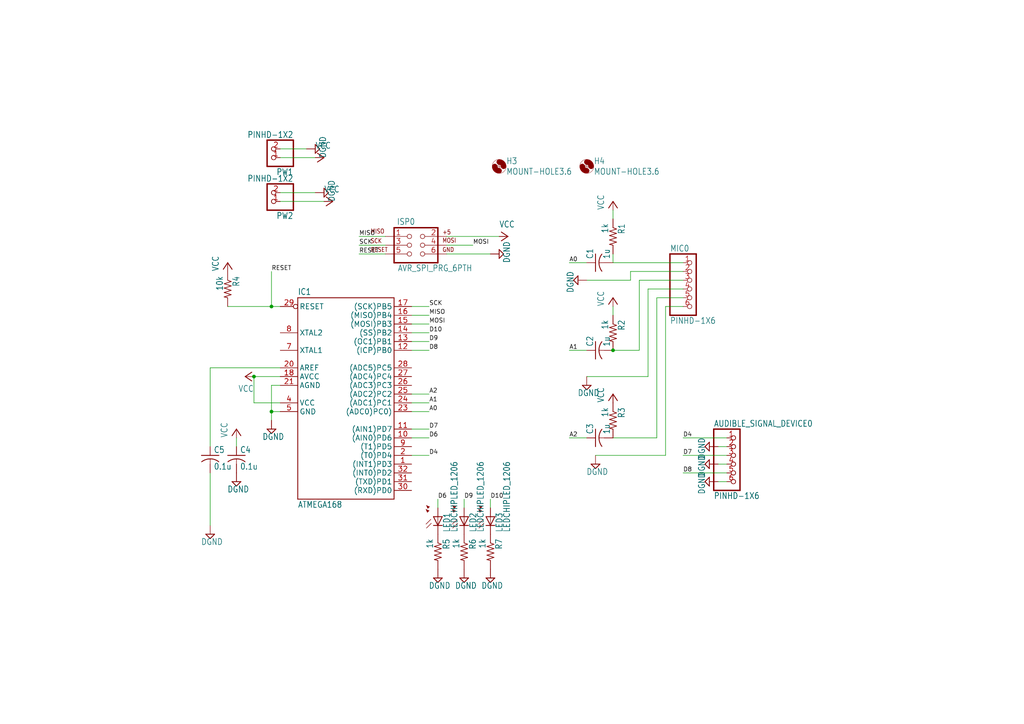
<source format=kicad_sch>
(kicad_sch
	(version 20250114)
	(generator "eeschema")
	(generator_version "9.0")
	(uuid "014dc1c2-856b-4f6f-82da-c782745cc659")
	(paper "A4")
	(lib_symbols
		(symbol "moids2_0.1-eagle-import:AT90S4433A"
			(exclude_from_sim no)
			(in_bom yes)
			(on_board yes)
			(property "Reference" "IC"
				(at -15.24 28.702 0)
				(effects
					(font
						(size 1.778 1.5113)
					)
					(justify left bottom)
				)
			)
			(property "Value" ""
				(at -15.24 -33.02 0)
				(effects
					(font
						(size 1.778 1.5113)
					)
					(justify left bottom)
				)
			)
			(property "Footprint" "moids2_0.1:TQFP32-08"
				(at 0 0 0)
				(effects
					(font
						(size 1.27 1.27)
					)
					(hide yes)
				)
			)
			(property "Datasheet" ""
				(at 0 0 0)
				(effects
					(font
						(size 1.27 1.27)
					)
					(hide yes)
				)
			)
			(property "Description" "MICROCONTROLLER\n\n4 Kbytes FLASH\n\n128 bytes SRAM\n\n256 bytes EEPROM\n\nUART\n\n6-channel 10 bit ADC"
				(at 0 0 0)
				(effects
					(font
						(size 1.27 1.27)
					)
					(hide yes)
				)
			)
			(property "ki_locked" ""
				(at 0 0 0)
				(effects
					(font
						(size 1.27 1.27)
					)
				)
			)
			(symbol "AT90S4433A_1_0"
				(polyline
					(pts
						(xy -15.24 27.94) (xy 12.7 27.94)
					)
					(stroke
						(width 0.254)
						(type solid)
					)
					(fill
						(type none)
					)
				)
				(polyline
					(pts
						(xy -15.24 -30.48) (xy -15.24 27.94)
					)
					(stroke
						(width 0.254)
						(type solid)
					)
					(fill
						(type none)
					)
				)
				(polyline
					(pts
						(xy 12.7 27.94) (xy 12.7 -30.48)
					)
					(stroke
						(width 0.254)
						(type solid)
					)
					(fill
						(type none)
					)
				)
				(polyline
					(pts
						(xy 12.7 -30.48) (xy -15.24 -30.48)
					)
					(stroke
						(width 0.254)
						(type solid)
					)
					(fill
						(type none)
					)
				)
				(pin input inverted
					(at -20.32 25.4 0)
					(length 5.08)
					(name "RESET"
						(effects
							(font
								(size 1.524 1.524)
							)
						)
					)
					(number "29"
						(effects
							(font
								(size 1.524 1.524)
							)
						)
					)
				)
				(pin bidirectional line
					(at -20.32 17.78 0)
					(length 5.08)
					(name "XTAL2"
						(effects
							(font
								(size 1.524 1.524)
							)
						)
					)
					(number "8"
						(effects
							(font
								(size 1.524 1.524)
							)
						)
					)
				)
				(pin bidirectional line
					(at -20.32 12.7 0)
					(length 5.08)
					(name "XTAL1"
						(effects
							(font
								(size 1.524 1.524)
							)
						)
					)
					(number "7"
						(effects
							(font
								(size 1.524 1.524)
							)
						)
					)
				)
				(pin passive line
					(at -20.32 7.62 0)
					(length 5.08)
					(name "AREF"
						(effects
							(font
								(size 1.524 1.524)
							)
						)
					)
					(number "20"
						(effects
							(font
								(size 1.524 1.524)
							)
						)
					)
				)
				(pin power_in line
					(at -20.32 5.08 0)
					(length 5.08)
					(name "AVCC"
						(effects
							(font
								(size 1.524 1.524)
							)
						)
					)
					(number "18"
						(effects
							(font
								(size 1.524 1.524)
							)
						)
					)
				)
				(pin power_in line
					(at -20.32 2.54 0)
					(length 5.08)
					(name "AGND"
						(effects
							(font
								(size 1.524 1.524)
							)
						)
					)
					(number "21"
						(effects
							(font
								(size 1.524 1.524)
							)
						)
					)
				)
				(pin power_in line
					(at -20.32 -2.54 0)
					(length 5.08)
					(name "VCC"
						(effects
							(font
								(size 1.524 1.524)
							)
						)
					)
					(number "4"
						(effects
							(font
								(size 1.524 1.524)
							)
						)
					)
				)
				(pin power_in line
					(at -20.32 -5.08 0)
					(length 5.08)
					(name "GND"
						(effects
							(font
								(size 1.524 1.524)
							)
						)
					)
					(number "5"
						(effects
							(font
								(size 1.524 1.524)
							)
						)
					)
				)
				(pin bidirectional line
					(at 17.78 25.4 180)
					(length 5.08)
					(name "(SCK)PB5"
						(effects
							(font
								(size 1.524 1.524)
							)
						)
					)
					(number "17"
						(effects
							(font
								(size 1.524 1.524)
							)
						)
					)
				)
				(pin bidirectional line
					(at 17.78 22.86 180)
					(length 5.08)
					(name "(MISO)PB4"
						(effects
							(font
								(size 1.524 1.524)
							)
						)
					)
					(number "16"
						(effects
							(font
								(size 1.524 1.524)
							)
						)
					)
				)
				(pin bidirectional line
					(at 17.78 20.32 180)
					(length 5.08)
					(name "(MOSI)PB3"
						(effects
							(font
								(size 1.524 1.524)
							)
						)
					)
					(number "15"
						(effects
							(font
								(size 1.524 1.524)
							)
						)
					)
				)
				(pin bidirectional line
					(at 17.78 17.78 180)
					(length 5.08)
					(name "(SS)PB2"
						(effects
							(font
								(size 1.524 1.524)
							)
						)
					)
					(number "14"
						(effects
							(font
								(size 1.524 1.524)
							)
						)
					)
				)
				(pin bidirectional line
					(at 17.78 15.24 180)
					(length 5.08)
					(name "(OC1)PB1"
						(effects
							(font
								(size 1.524 1.524)
							)
						)
					)
					(number "13"
						(effects
							(font
								(size 1.524 1.524)
							)
						)
					)
				)
				(pin bidirectional line
					(at 17.78 12.7 180)
					(length 5.08)
					(name "(ICP)PB0"
						(effects
							(font
								(size 1.524 1.524)
							)
						)
					)
					(number "12"
						(effects
							(font
								(size 1.524 1.524)
							)
						)
					)
				)
				(pin bidirectional line
					(at 17.78 7.62 180)
					(length 5.08)
					(name "(ADC5)PC5"
						(effects
							(font
								(size 1.524 1.524)
							)
						)
					)
					(number "28"
						(effects
							(font
								(size 1.524 1.524)
							)
						)
					)
				)
				(pin bidirectional line
					(at 17.78 5.08 180)
					(length 5.08)
					(name "(ADC4)PC4"
						(effects
							(font
								(size 1.524 1.524)
							)
						)
					)
					(number "27"
						(effects
							(font
								(size 1.524 1.524)
							)
						)
					)
				)
				(pin bidirectional line
					(at 17.78 2.54 180)
					(length 5.08)
					(name "(ADC3)PC3"
						(effects
							(font
								(size 1.524 1.524)
							)
						)
					)
					(number "26"
						(effects
							(font
								(size 1.524 1.524)
							)
						)
					)
				)
				(pin bidirectional line
					(at 17.78 0 180)
					(length 5.08)
					(name "(ADC2)PC2"
						(effects
							(font
								(size 1.524 1.524)
							)
						)
					)
					(number "25"
						(effects
							(font
								(size 1.524 1.524)
							)
						)
					)
				)
				(pin bidirectional line
					(at 17.78 -2.54 180)
					(length 5.08)
					(name "(ADC1)PC1"
						(effects
							(font
								(size 1.524 1.524)
							)
						)
					)
					(number "24"
						(effects
							(font
								(size 1.524 1.524)
							)
						)
					)
				)
				(pin bidirectional line
					(at 17.78 -5.08 180)
					(length 5.08)
					(name "(ADC0)PC0)"
						(effects
							(font
								(size 1.524 1.524)
							)
						)
					)
					(number "23"
						(effects
							(font
								(size 1.524 1.524)
							)
						)
					)
				)
				(pin bidirectional line
					(at 17.78 -10.16 180)
					(length 5.08)
					(name "(AIN1)PD7"
						(effects
							(font
								(size 1.524 1.524)
							)
						)
					)
					(number "11"
						(effects
							(font
								(size 1.524 1.524)
							)
						)
					)
				)
				(pin bidirectional line
					(at 17.78 -12.7 180)
					(length 5.08)
					(name "(AIN0)PD6"
						(effects
							(font
								(size 1.524 1.524)
							)
						)
					)
					(number "10"
						(effects
							(font
								(size 1.524 1.524)
							)
						)
					)
				)
				(pin bidirectional line
					(at 17.78 -15.24 180)
					(length 5.08)
					(name "(T1)PD5"
						(effects
							(font
								(size 1.524 1.524)
							)
						)
					)
					(number "9"
						(effects
							(font
								(size 1.524 1.524)
							)
						)
					)
				)
				(pin bidirectional line
					(at 17.78 -17.78 180)
					(length 5.08)
					(name "(T0)PD4"
						(effects
							(font
								(size 1.524 1.524)
							)
						)
					)
					(number "2"
						(effects
							(font
								(size 1.524 1.524)
							)
						)
					)
				)
				(pin bidirectional line
					(at 17.78 -20.32 180)
					(length 5.08)
					(name "(INT1)PD3"
						(effects
							(font
								(size 1.524 1.524)
							)
						)
					)
					(number "1"
						(effects
							(font
								(size 1.524 1.524)
							)
						)
					)
				)
				(pin bidirectional line
					(at 17.78 -22.86 180)
					(length 5.08)
					(name "(INT0)PD2"
						(effects
							(font
								(size 1.524 1.524)
							)
						)
					)
					(number "32"
						(effects
							(font
								(size 1.524 1.524)
							)
						)
					)
				)
				(pin bidirectional line
					(at 17.78 -25.4 180)
					(length 5.08)
					(name "(TXD)PD1"
						(effects
							(font
								(size 1.524 1.524)
							)
						)
					)
					(number "31"
						(effects
							(font
								(size 1.524 1.524)
							)
						)
					)
				)
				(pin bidirectional line
					(at 17.78 -27.94 180)
					(length 5.08)
					(name "(RXD)PD0"
						(effects
							(font
								(size 1.524 1.524)
							)
						)
					)
					(number "30"
						(effects
							(font
								(size 1.524 1.524)
							)
						)
					)
				)
			)
			(embedded_fonts no)
		)
		(symbol "moids2_0.1-eagle-import:AVR_SPI_PRG_6PTH"
			(exclude_from_sim no)
			(in_bom yes)
			(on_board yes)
			(property "Reference" ""
				(at -4.318 5.842 0)
				(effects
					(font
						(size 1.778 1.5113)
					)
					(justify left bottom)
				)
			)
			(property "Value" ""
				(at -4.064 -7.62 0)
				(effects
					(font
						(size 1.778 1.5113)
					)
					(justify left bottom)
				)
			)
			(property "Footprint" "moids2_0.1:2X3"
				(at 0 0 0)
				(effects
					(font
						(size 1.27 1.27)
					)
					(hide yes)
				)
			)
			(property "Datasheet" ""
				(at 0 0 0)
				(effects
					(font
						(size 1.27 1.27)
					)
					(hide yes)
				)
			)
			(property "Description" "AVR ISP 6 Pin This is the reduced ISP connector for AVR programming. Common on Arduino. This footprint will take up less PCB space and can be used with a 10-pin to 6-pin adapter such as SKU: BOB-08508"
				(at 0 0 0)
				(effects
					(font
						(size 1.27 1.27)
					)
					(hide yes)
				)
			)
			(property "ki_locked" ""
				(at 0 0 0)
				(effects
					(font
						(size 1.27 1.27)
					)
				)
			)
			(symbol "AVR_SPI_PRG_6PTH_1_0"
				(polyline
					(pts
						(xy -5.08 5.08) (xy -5.08 -5.08)
					)
					(stroke
						(width 0.4064)
						(type solid)
					)
					(fill
						(type none)
					)
				)
				(polyline
					(pts
						(xy -5.08 -5.08) (xy 7.62 -5.08)
					)
					(stroke
						(width 0.4064)
						(type solid)
					)
					(fill
						(type none)
					)
				)
				(polyline
					(pts
						(xy 7.62 5.08) (xy -5.08 5.08)
					)
					(stroke
						(width 0.4064)
						(type solid)
					)
					(fill
						(type none)
					)
				)
				(polyline
					(pts
						(xy 7.62 -5.08) (xy 7.62 5.08)
					)
					(stroke
						(width 0.4064)
						(type solid)
					)
					(fill
						(type none)
					)
				)
				(text "MISO"
					(at -11.938 3.302 0)
					(effects
						(font
							(size 1.27 1.0795)
						)
						(justify left bottom)
					)
				)
				(text "SCK"
					(at -11.938 0.508 0)
					(effects
						(font
							(size 1.27 1.0795)
						)
						(justify left bottom)
					)
				)
				(text "RESET"
					(at -11.938 -2.032 0)
					(effects
						(font
							(size 1.27 1.0795)
						)
						(justify left bottom)
					)
				)
				(text "+5"
					(at 8.89 3.048 0)
					(effects
						(font
							(size 1.27 1.0795)
						)
						(justify left bottom)
					)
				)
				(text "MOSI"
					(at 8.89 0.635 0)
					(effects
						(font
							(size 1.27 1.0795)
						)
						(justify left bottom)
					)
				)
				(text "GND"
					(at 8.89 -2.032 0)
					(effects
						(font
							(size 1.27 1.0795)
						)
						(justify left bottom)
					)
				)
				(pin passive inverted
					(at -7.62 2.54 0)
					(length 7.62)
					(name "1"
						(effects
							(font
								(size 0 0)
							)
						)
					)
					(number "1"
						(effects
							(font
								(size 1.524 1.524)
							)
						)
					)
				)
				(pin passive inverted
					(at -7.62 0 0)
					(length 7.62)
					(name "3"
						(effects
							(font
								(size 0 0)
							)
						)
					)
					(number "3"
						(effects
							(font
								(size 1.524 1.524)
							)
						)
					)
				)
				(pin passive inverted
					(at -7.62 -2.54 0)
					(length 7.62)
					(name "5"
						(effects
							(font
								(size 0 0)
							)
						)
					)
					(number "5"
						(effects
							(font
								(size 1.524 1.524)
							)
						)
					)
				)
				(pin passive inverted
					(at 10.16 2.54 180)
					(length 7.62)
					(name "2"
						(effects
							(font
								(size 0 0)
							)
						)
					)
					(number "2"
						(effects
							(font
								(size 1.524 1.524)
							)
						)
					)
				)
				(pin passive inverted
					(at 10.16 0 180)
					(length 7.62)
					(name "4"
						(effects
							(font
								(size 0 0)
							)
						)
					)
					(number "4"
						(effects
							(font
								(size 1.524 1.524)
							)
						)
					)
				)
				(pin passive inverted
					(at 10.16 -2.54 180)
					(length 7.62)
					(name "6"
						(effects
							(font
								(size 0 0)
							)
						)
					)
					(number "6"
						(effects
							(font
								(size 1.524 1.524)
							)
						)
					)
				)
			)
			(embedded_fonts no)
		)
		(symbol "moids2_0.1-eagle-import:C-USC1005"
			(exclude_from_sim no)
			(in_bom yes)
			(on_board yes)
			(property "Reference" "C"
				(at 1.016 0.635 0)
				(effects
					(font
						(size 1.778 1.5113)
					)
					(justify left bottom)
				)
			)
			(property "Value" ""
				(at 1.016 -4.191 0)
				(effects
					(font
						(size 1.778 1.5113)
					)
					(justify left bottom)
				)
			)
			(property "Footprint" "moids2_0.1:C1005"
				(at 0 0 0)
				(effects
					(font
						(size 1.27 1.27)
					)
					(hide yes)
				)
			)
			(property "Datasheet" ""
				(at 0 0 0)
				(effects
					(font
						(size 1.27 1.27)
					)
					(hide yes)
				)
			)
			(property "Description" "CAPACITOR, American symbol"
				(at 0 0 0)
				(effects
					(font
						(size 1.27 1.27)
					)
					(hide yes)
				)
			)
			(property "ki_locked" ""
				(at 0 0 0)
				(effects
					(font
						(size 1.27 1.27)
					)
				)
			)
			(symbol "C-USC1005_1_0"
				(polyline
					(pts
						(xy -2.54 0) (xy 2.54 0)
					)
					(stroke
						(width 0.254)
						(type solid)
					)
					(fill
						(type none)
					)
				)
				(arc
					(start 0 -1)
					(mid 1.3158 -1.2195)
					(end 2.4892 -1.8541)
					(stroke
						(width 0.254)
						(type solid)
					)
					(fill
						(type none)
					)
				)
				(arc
					(start -2.4668 -1.8504)
					(mid -1.302 -1.2303)
					(end 0 -1.0161)
					(stroke
						(width 0.254)
						(type solid)
					)
					(fill
						(type none)
					)
				)
				(polyline
					(pts
						(xy 0 -1.016) (xy 0 -2.54)
					)
					(stroke
						(width 0.1524)
						(type solid)
					)
					(fill
						(type none)
					)
				)
				(pin passive line
					(at 0 2.54 270)
					(length 2.54)
					(name "1"
						(effects
							(font
								(size 0 0)
							)
						)
					)
					(number "1"
						(effects
							(font
								(size 0 0)
							)
						)
					)
				)
				(pin passive line
					(at 0 -5.08 90)
					(length 2.54)
					(name "2"
						(effects
							(font
								(size 0 0)
							)
						)
					)
					(number "2"
						(effects
							(font
								(size 0 0)
							)
						)
					)
				)
			)
			(embedded_fonts no)
		)
		(symbol "moids2_0.1-eagle-import:DGND"
			(power)
			(exclude_from_sim no)
			(in_bom yes)
			(on_board yes)
			(property "Reference" "#SUPPLY"
				(at 0 0 0)
				(effects
					(font
						(size 1.27 1.27)
					)
					(hide yes)
				)
			)
			(property "Value" ""
				(at -2.667 -3.175 0)
				(effects
					(font
						(size 1.778 1.5113)
					)
					(justify left bottom)
				)
			)
			(property "Footprint" ""
				(at 0 0 0)
				(effects
					(font
						(size 1.27 1.27)
					)
					(hide yes)
				)
			)
			(property "Datasheet" ""
				(at 0 0 0)
				(effects
					(font
						(size 1.27 1.27)
					)
					(hide yes)
				)
			)
			(property "Description" "SUPPLY SYMBOL"
				(at 0 0 0)
				(effects
					(font
						(size 1.27 1.27)
					)
					(hide yes)
				)
			)
			(property "ki_locked" ""
				(at 0 0 0)
				(effects
					(font
						(size 1.27 1.27)
					)
				)
			)
			(symbol "DGND_1_0"
				(polyline
					(pts
						(xy -1.27 0) (xy 1.27 0)
					)
					(stroke
						(width 0.254)
						(type solid)
					)
					(fill
						(type none)
					)
				)
				(polyline
					(pts
						(xy 0 -1.27) (xy -1.27 0)
					)
					(stroke
						(width 0.254)
						(type solid)
					)
					(fill
						(type none)
					)
				)
				(polyline
					(pts
						(xy 1.27 0) (xy 0 -1.27)
					)
					(stroke
						(width 0.254)
						(type solid)
					)
					(fill
						(type none)
					)
				)
				(pin power_in line
					(at 0 2.54 270)
					(length 2.54)
					(name "DGND"
						(effects
							(font
								(size 0 0)
							)
						)
					)
					(number "1"
						(effects
							(font
								(size 0 0)
							)
						)
					)
				)
			)
			(embedded_fonts no)
		)
		(symbol "moids2_0.1-eagle-import:LEDCHIPLED_1206"
			(exclude_from_sim no)
			(in_bom yes)
			(on_board yes)
			(property "Reference" "LED"
				(at 3.556 -4.572 90)
				(effects
					(font
						(size 1.778 1.5113)
					)
					(justify left bottom)
				)
			)
			(property "Value" ""
				(at 5.715 -4.572 90)
				(effects
					(font
						(size 1.778 1.5113)
					)
					(justify left bottom)
				)
			)
			(property "Footprint" "moids2_0.1:CHIPLED_1206"
				(at 0 0 0)
				(effects
					(font
						(size 1.27 1.27)
					)
					(hide yes)
				)
			)
			(property "Datasheet" ""
				(at 0 0 0)
				(effects
					(font
						(size 1.27 1.27)
					)
					(hide yes)
				)
			)
			(property "Description" "LED\n\nOSRAM:\n- CHIPLED\nLG R971, LG N971, LY N971, LG Q971, LY Q971, LO R971, LY R971 LH N974, LH R974\nLS Q976, LO Q976, LY Q976\nLO Q996\n- Hyper CHIPLED\nLW Q18S\nLB Q993, LB Q99A, LB R99A\n- SideLED\nLS A670, LO A670, LY A670, LG A670, LP A670\nLB A673, LV A673, LT A673, LW A673\nLH A674\nLY A675\nLS A676, LA A676, LO A676, LY A676, LW A676\nLS A679, LY A679, LG A679\n-  Hyper Micro SIDELED®\nLS Y876, LA Y876, LO Y876, LY Y876\nLT Y87S\n- SmartLED\nLW L88C, LW L88S\nLB L89C, LB L89S, LG L890\nLS L89K, LO L89K, LY L89K\nLS L896, LA L896, LO L896, LY L896\n- TOPLED\nLS T670, LO T670, LY T670, LG T670, LP T670\nLSG T670, LSP T670, LSY T670, LOP T670, LYG T670\nLG T671, LOG T671, LSG T671\nLB T673, LV T673, LT T673, LW T673\nLH T674\nLS T676, LA T676, LO T676, LY T676, LB T676, LH T676, LSB T676, LW T676\nLB T67C, LV T67C, LT T67C, LS T67K, LO T67K, LY T67K, LW E67C\nLS E67B, LA E67B, LO E67B, LY E67B, LB E67C, LV E67C, LT E67C\nLW T67C\nLS T679, LY T679, LG T679\nLS T770, LO T770, LY T770, LG T770, LP T770\nLB T773, LV T773, LT T773, LW T773\nLH T774\nLS E675, LA E675, LY E675, LS T675\nLS T776, LA T776, LO T776, LY T776, LB T776\nLHGB T686\nLT T68C, LB T68C\n- Hyper Mini TOPLED®\nLB M676\n- Mini TOPLED Santana®\nLG M470\nLS M47K, LO M47K, LY M47K\n\nSource: http://www.osram.convergy.de\n\nLUXEON:\n- LUMILED®\nLXK2-PW12-R00, LXK2-PW12-S00, LXK2-PW14-U00, LXK2-PW14-V00\nLXK2-PM12-R00, LXK2-PM12-S00, LXK2-PM14-U00\nLXK2-PE12-Q00, LXK2-PE12-R00, LXK2-PE12-S00, LXK2-PE14-T00, LXK2-PE14-U00\nLXK2-PB12-K00, LXK2-PB12-L00, LXK2-PB12-M00, LXK2-PB14-N00, LXK2-PB14-P00, LXK2-PB14-Q00\nLXK2-PR12-L00, LXK2-PR12-M00, LXK2-PR14-Q00, LXK2-PR14-R00\nLXK2-PD12-Q00, LXK2-PD12-R00, LXK2-PD12-S00\nLXK2-PH12-R00, LXK2-PH12-S00\nLXK2-PL12-P00, LXK2-PL12-Q00, LXK2-PL12-R00\n\nSource: www.luxeon.com\n\nKINGBRIGHT:\n\nKA-3528ASYC\nSource: www.kingbright.com"
				(at 0 0 0)
				(effects
					(font
						(size 1.27 1.27)
					)
					(hide yes)
				)
			)
			(property "ki_locked" ""
				(at 0 0 0)
				(effects
					(font
						(size 1.27 1.27)
					)
				)
			)
			(symbol "LEDCHIPLED_1206_1_0"
				(polyline
					(pts
						(xy -3.429 2.159) (xy -3.048 1.27) (xy -2.54 1.778)
					)
					(stroke
						(width 0.1524)
						(type solid)
					)
					(fill
						(type outline)
					)
				)
				(polyline
					(pts
						(xy -3.302 3.302) (xy -2.921 2.413) (xy -2.413 2.921)
					)
					(stroke
						(width 0.1524)
						(type solid)
					)
					(fill
						(type outline)
					)
				)
				(polyline
					(pts
						(xy -2.032 -0.762) (xy -3.429 -2.159)
					)
					(stroke
						(width 0.1524)
						(type solid)
					)
					(fill
						(type none)
					)
				)
				(polyline
					(pts
						(xy -1.905 -1.905) (xy -3.302 -3.302)
					)
					(stroke
						(width 0.1524)
						(type solid)
					)
					(fill
						(type none)
					)
				)
				(polyline
					(pts
						(xy 0 0) (xy -1.27 0)
					)
					(stroke
						(width 0.254)
						(type solid)
					)
					(fill
						(type none)
					)
				)
				(polyline
					(pts
						(xy 0 0) (xy 0 -2.54)
					)
					(stroke
						(width 0.1524)
						(type solid)
					)
					(fill
						(type none)
					)
				)
				(polyline
					(pts
						(xy 0 -2.54) (xy -1.27 0)
					)
					(stroke
						(width 0.254)
						(type solid)
					)
					(fill
						(type none)
					)
				)
				(polyline
					(pts
						(xy 0 -2.54) (xy -1.27 -2.54)
					)
					(stroke
						(width 0.254)
						(type solid)
					)
					(fill
						(type none)
					)
				)
				(polyline
					(pts
						(xy 1.27 0) (xy 0 0)
					)
					(stroke
						(width 0.254)
						(type solid)
					)
					(fill
						(type none)
					)
				)
				(polyline
					(pts
						(xy 1.27 0) (xy 0 -2.54)
					)
					(stroke
						(width 0.254)
						(type solid)
					)
					(fill
						(type none)
					)
				)
				(polyline
					(pts
						(xy 1.27 -2.54) (xy 0 -2.54)
					)
					(stroke
						(width 0.254)
						(type solid)
					)
					(fill
						(type none)
					)
				)
				(pin passive line
					(at 0 2.54 270)
					(length 2.54)
					(name "A"
						(effects
							(font
								(size 0 0)
							)
						)
					)
					(number "A"
						(effects
							(font
								(size 0 0)
							)
						)
					)
				)
				(pin passive line
					(at 0 -5.08 90)
					(length 2.54)
					(name "C"
						(effects
							(font
								(size 0 0)
							)
						)
					)
					(number "C"
						(effects
							(font
								(size 0 0)
							)
						)
					)
				)
			)
			(embedded_fonts no)
		)
		(symbol "moids2_0.1-eagle-import:MOUNT-HOLE3.6"
			(exclude_from_sim no)
			(in_bom yes)
			(on_board yes)
			(property "Reference" "H"
				(at 2.032 0.5842 0)
				(effects
					(font
						(size 1.778 1.5113)
					)
					(justify left bottom)
				)
			)
			(property "Value" ""
				(at 2.032 -2.4638 0)
				(effects
					(font
						(size 1.778 1.5113)
					)
					(justify left bottom)
				)
			)
			(property "Footprint" "moids2_0.1:3,6"
				(at 0 0 0)
				(effects
					(font
						(size 1.27 1.27)
					)
					(hide yes)
				)
			)
			(property "Datasheet" ""
				(at 0 0 0)
				(effects
					(font
						(size 1.27 1.27)
					)
					(hide yes)
				)
			)
			(property "Description" "MOUNTING HOLE with drill center marker"
				(at 0 0 0)
				(effects
					(font
						(size 1.27 1.27)
					)
					(hide yes)
				)
			)
			(property "ki_locked" ""
				(at 0 0 0)
				(effects
					(font
						(size 1.27 1.27)
					)
				)
			)
			(symbol "MOUNT-HOLE3.6_1_0"
				(polyline
					(pts
						(xy -0.508 0) (xy 0.508 0)
					)
					(stroke
						(width 0.0508)
						(type solid)
					)
					(fill
						(type none)
					)
				)
				(arc
					(start 0 1.27)
					(mid 0.898 0.898)
					(end 1.27 0)
					(stroke
						(width 1.524)
						(type solid)
					)
					(fill
						(type none)
					)
				)
				(polyline
					(pts
						(xy 0 0.508) (xy 0 -0.508)
					)
					(stroke
						(width 0.0508)
						(type solid)
					)
					(fill
						(type none)
					)
				)
				(circle
					(center 0 0)
					(radius 0.508)
					(stroke
						(width 0.0508)
						(type solid)
					)
					(fill
						(type none)
					)
				)
				(circle
					(center 0 0)
					(radius 2.032)
					(stroke
						(width 0.0508)
						(type solid)
					)
					(fill
						(type none)
					)
				)
				(arc
					(start 0 -1.27)
					(mid -0.898 -0.898)
					(end -1.27 0)
					(stroke
						(width 1.524)
						(type solid)
					)
					(fill
						(type none)
					)
				)
			)
			(embedded_fonts no)
		)
		(symbol "moids2_0.1-eagle-import:PINHD-1X2"
			(exclude_from_sim no)
			(in_bom yes)
			(on_board yes)
			(property "Reference" "JP"
				(at -6.35 5.715 0)
				(effects
					(font
						(size 1.778 1.5113)
					)
					(justify left bottom)
				)
			)
			(property "Value" ""
				(at -6.35 -5.08 0)
				(effects
					(font
						(size 1.778 1.5113)
					)
					(justify left bottom)
				)
			)
			(property "Footprint" "moids2_0.1:1X02"
				(at 0 0 0)
				(effects
					(font
						(size 1.27 1.27)
					)
					(hide yes)
				)
			)
			(property "Datasheet" ""
				(at 0 0 0)
				(effects
					(font
						(size 1.27 1.27)
					)
					(hide yes)
				)
			)
			(property "Description" "PIN HEADER"
				(at 0 0 0)
				(effects
					(font
						(size 1.27 1.27)
					)
					(hide yes)
				)
			)
			(property "ki_locked" ""
				(at 0 0 0)
				(effects
					(font
						(size 1.27 1.27)
					)
				)
			)
			(symbol "PINHD-1X2_1_0"
				(polyline
					(pts
						(xy -6.35 5.08) (xy -6.35 -2.54)
					)
					(stroke
						(width 0.4064)
						(type solid)
					)
					(fill
						(type none)
					)
				)
				(polyline
					(pts
						(xy -6.35 -2.54) (xy 1.27 -2.54)
					)
					(stroke
						(width 0.4064)
						(type solid)
					)
					(fill
						(type none)
					)
				)
				(polyline
					(pts
						(xy 1.27 5.08) (xy -6.35 5.08)
					)
					(stroke
						(width 0.4064)
						(type solid)
					)
					(fill
						(type none)
					)
				)
				(polyline
					(pts
						(xy 1.27 -2.54) (xy 1.27 5.08)
					)
					(stroke
						(width 0.4064)
						(type solid)
					)
					(fill
						(type none)
					)
				)
				(pin passive inverted
					(at -2.54 2.54 0)
					(length 2.54)
					(name "1"
						(effects
							(font
								(size 0 0)
							)
						)
					)
					(number "1"
						(effects
							(font
								(size 1.524 1.524)
							)
						)
					)
				)
				(pin passive inverted
					(at -2.54 0 0)
					(length 2.54)
					(name "2"
						(effects
							(font
								(size 0 0)
							)
						)
					)
					(number "2"
						(effects
							(font
								(size 1.524 1.524)
							)
						)
					)
				)
			)
			(embedded_fonts no)
		)
		(symbol "moids2_0.1-eagle-import:PINHD-1X6"
			(exclude_from_sim no)
			(in_bom yes)
			(on_board yes)
			(property "Reference" "JP"
				(at -6.35 10.795 0)
				(effects
					(font
						(size 1.778 1.5113)
					)
					(justify left bottom)
				)
			)
			(property "Value" ""
				(at -6.35 -10.16 0)
				(effects
					(font
						(size 1.778 1.5113)
					)
					(justify left bottom)
				)
			)
			(property "Footprint" "moids2_0.1:1X06"
				(at 0 0 0)
				(effects
					(font
						(size 1.27 1.27)
					)
					(hide yes)
				)
			)
			(property "Datasheet" ""
				(at 0 0 0)
				(effects
					(font
						(size 1.27 1.27)
					)
					(hide yes)
				)
			)
			(property "Description" "PIN HEADER"
				(at 0 0 0)
				(effects
					(font
						(size 1.27 1.27)
					)
					(hide yes)
				)
			)
			(property "ki_locked" ""
				(at 0 0 0)
				(effects
					(font
						(size 1.27 1.27)
					)
				)
			)
			(symbol "PINHD-1X6_1_0"
				(polyline
					(pts
						(xy -6.35 10.16) (xy -6.35 -7.62)
					)
					(stroke
						(width 0.4064)
						(type solid)
					)
					(fill
						(type none)
					)
				)
				(polyline
					(pts
						(xy -6.35 -7.62) (xy 1.27 -7.62)
					)
					(stroke
						(width 0.4064)
						(type solid)
					)
					(fill
						(type none)
					)
				)
				(polyline
					(pts
						(xy 1.27 10.16) (xy -6.35 10.16)
					)
					(stroke
						(width 0.4064)
						(type solid)
					)
					(fill
						(type none)
					)
				)
				(polyline
					(pts
						(xy 1.27 -7.62) (xy 1.27 10.16)
					)
					(stroke
						(width 0.4064)
						(type solid)
					)
					(fill
						(type none)
					)
				)
				(pin passive inverted
					(at -2.54 7.62 0)
					(length 2.54)
					(name "1"
						(effects
							(font
								(size 0 0)
							)
						)
					)
					(number "1"
						(effects
							(font
								(size 1.524 1.524)
							)
						)
					)
				)
				(pin passive inverted
					(at -2.54 5.08 0)
					(length 2.54)
					(name "2"
						(effects
							(font
								(size 0 0)
							)
						)
					)
					(number "2"
						(effects
							(font
								(size 1.524 1.524)
							)
						)
					)
				)
				(pin passive inverted
					(at -2.54 2.54 0)
					(length 2.54)
					(name "3"
						(effects
							(font
								(size 0 0)
							)
						)
					)
					(number "3"
						(effects
							(font
								(size 1.524 1.524)
							)
						)
					)
				)
				(pin passive inverted
					(at -2.54 0 0)
					(length 2.54)
					(name "4"
						(effects
							(font
								(size 0 0)
							)
						)
					)
					(number "4"
						(effects
							(font
								(size 1.524 1.524)
							)
						)
					)
				)
				(pin passive inverted
					(at -2.54 -2.54 0)
					(length 2.54)
					(name "5"
						(effects
							(font
								(size 0 0)
							)
						)
					)
					(number "5"
						(effects
							(font
								(size 1.524 1.524)
							)
						)
					)
				)
				(pin passive inverted
					(at -2.54 -5.08 0)
					(length 2.54)
					(name "6"
						(effects
							(font
								(size 0 0)
							)
						)
					)
					(number "6"
						(effects
							(font
								(size 1.524 1.524)
							)
						)
					)
				)
			)
			(embedded_fonts no)
		)
		(symbol "moids2_0.1-eagle-import:R-US_R1005"
			(exclude_from_sim no)
			(in_bom yes)
			(on_board yes)
			(property "Reference" "R"
				(at -3.81 1.4986 0)
				(effects
					(font
						(size 1.778 1.5113)
					)
					(justify left bottom)
				)
			)
			(property "Value" ""
				(at -3.81 -3.302 0)
				(effects
					(font
						(size 1.778 1.5113)
					)
					(justify left bottom)
				)
			)
			(property "Footprint" "moids2_0.1:R1005"
				(at 0 0 0)
				(effects
					(font
						(size 1.27 1.27)
					)
					(hide yes)
				)
			)
			(property "Datasheet" ""
				(at 0 0 0)
				(effects
					(font
						(size 1.27 1.27)
					)
					(hide yes)
				)
			)
			(property "Description" "RESISTOR, American symbol"
				(at 0 0 0)
				(effects
					(font
						(size 1.27 1.27)
					)
					(hide yes)
				)
			)
			(property "ki_locked" ""
				(at 0 0 0)
				(effects
					(font
						(size 1.27 1.27)
					)
				)
			)
			(symbol "R-US_R1005_1_0"
				(polyline
					(pts
						(xy -2.54 0) (xy -2.159 1.016)
					)
					(stroke
						(width 0.2032)
						(type solid)
					)
					(fill
						(type none)
					)
				)
				(polyline
					(pts
						(xy -2.159 1.016) (xy -1.524 -1.016)
					)
					(stroke
						(width 0.2032)
						(type solid)
					)
					(fill
						(type none)
					)
				)
				(polyline
					(pts
						(xy -1.524 -1.016) (xy -0.889 1.016)
					)
					(stroke
						(width 0.2032)
						(type solid)
					)
					(fill
						(type none)
					)
				)
				(polyline
					(pts
						(xy -0.889 1.016) (xy -0.254 -1.016)
					)
					(stroke
						(width 0.2032)
						(type solid)
					)
					(fill
						(type none)
					)
				)
				(polyline
					(pts
						(xy -0.254 -1.016) (xy 0.381 1.016)
					)
					(stroke
						(width 0.2032)
						(type solid)
					)
					(fill
						(type none)
					)
				)
				(polyline
					(pts
						(xy 0.381 1.016) (xy 1.016 -1.016)
					)
					(stroke
						(width 0.2032)
						(type solid)
					)
					(fill
						(type none)
					)
				)
				(polyline
					(pts
						(xy 1.016 -1.016) (xy 1.651 1.016)
					)
					(stroke
						(width 0.2032)
						(type solid)
					)
					(fill
						(type none)
					)
				)
				(polyline
					(pts
						(xy 1.651 1.016) (xy 2.286 -1.016)
					)
					(stroke
						(width 0.2032)
						(type solid)
					)
					(fill
						(type none)
					)
				)
				(polyline
					(pts
						(xy 2.286 -1.016) (xy 2.54 0)
					)
					(stroke
						(width 0.2032)
						(type solid)
					)
					(fill
						(type none)
					)
				)
				(pin passive line
					(at -5.08 0 0)
					(length 2.54)
					(name "1"
						(effects
							(font
								(size 0 0)
							)
						)
					)
					(number "1"
						(effects
							(font
								(size 0 0)
							)
						)
					)
				)
				(pin passive line
					(at 5.08 0 180)
					(length 2.54)
					(name "2"
						(effects
							(font
								(size 0 0)
							)
						)
					)
					(number "2"
						(effects
							(font
								(size 0 0)
							)
						)
					)
				)
			)
			(embedded_fonts no)
		)
		(symbol "moids2_0.1-eagle-import:VCC"
			(power)
			(exclude_from_sim no)
			(in_bom yes)
			(on_board yes)
			(property "Reference" "#P+"
				(at 0 0 0)
				(effects
					(font
						(size 1.27 1.27)
					)
					(hide yes)
				)
			)
			(property "Value" ""
				(at -2.54 -2.54 90)
				(effects
					(font
						(size 1.778 1.5113)
					)
					(justify left bottom)
				)
			)
			(property "Footprint" ""
				(at 0 0 0)
				(effects
					(font
						(size 1.27 1.27)
					)
					(hide yes)
				)
			)
			(property "Datasheet" ""
				(at 0 0 0)
				(effects
					(font
						(size 1.27 1.27)
					)
					(hide yes)
				)
			)
			(property "Description" "SUPPLY SYMBOL"
				(at 0 0 0)
				(effects
					(font
						(size 1.27 1.27)
					)
					(hide yes)
				)
			)
			(property "ki_locked" ""
				(at 0 0 0)
				(effects
					(font
						(size 1.27 1.27)
					)
				)
			)
			(symbol "VCC_1_0"
				(polyline
					(pts
						(xy 0 0) (xy -1.27 -1.905)
					)
					(stroke
						(width 0.254)
						(type solid)
					)
					(fill
						(type none)
					)
				)
				(polyline
					(pts
						(xy 1.27 -1.905) (xy 0 0)
					)
					(stroke
						(width 0.254)
						(type solid)
					)
					(fill
						(type none)
					)
				)
				(pin power_in line
					(at 0 -2.54 90)
					(length 2.54)
					(name "VCC"
						(effects
							(font
								(size 0 0)
							)
						)
					)
					(number "1"
						(effects
							(font
								(size 0 0)
							)
						)
					)
				)
			)
			(embedded_fonts no)
		)
	)
	(junction
		(at 177.8 101.6)
		(diameter 0)
		(color 0 0 0 0)
		(uuid "36478d61-eaba-466a-a5a9-72dbc7a22fbe")
	)
	(junction
		(at 78.74 88.9)
		(diameter 0)
		(color 0 0 0 0)
		(uuid "39a43c7a-5ac2-40ab-a541-efdd6172256d")
	)
	(junction
		(at 78.74 119.38)
		(diameter 0)
		(color 0 0 0 0)
		(uuid "40ae642b-2037-4b1f-a1f8-3302acda746e")
	)
	(junction
		(at 73.66 109.22)
		(diameter 0)
		(color 0 0 0 0)
		(uuid "5a8f5b0a-7203-4700-aa01-db7ca09bc867")
	)
	(wire
		(pts
			(xy 193.04 132.08) (xy 193.04 88.9)
		)
		(stroke
			(width 0.1524)
			(type solid)
		)
		(uuid "001e389f-d7aa-493c-bf7f-9fec27d77c97")
	)
	(wire
		(pts
			(xy 208.28 134.62) (xy 210.82 134.62)
		)
		(stroke
			(width 0.1524)
			(type solid)
		)
		(uuid "026b63f3-d2e8-4c59-9712-baaac32b4678")
	)
	(wire
		(pts
			(xy 182.88 78.74) (xy 198.12 78.74)
		)
		(stroke
			(width 0.1524)
			(type solid)
		)
		(uuid "02ec13c4-fc2a-43d3-b458-63d496ed9ca7")
	)
	(wire
		(pts
			(xy 81.28 88.9) (xy 78.74 88.9)
		)
		(stroke
			(width 0.1524)
			(type solid)
		)
		(uuid "0653f8ff-344f-46da-b42a-a69dc6cd8058")
	)
	(wire
		(pts
			(xy 111.76 68.58) (xy 104.14 68.58)
		)
		(stroke
			(width 0.1524)
			(type solid)
		)
		(uuid "0ff48999-505c-4b43-b695-79c1d1d5d4cd")
	)
	(wire
		(pts
			(xy 119.38 96.52) (xy 124.46 96.52)
		)
		(stroke
			(width 0.1524)
			(type solid)
		)
		(uuid "17a34559-b279-4c06-b17b-30b0bb112274")
	)
	(wire
		(pts
			(xy 127 147.32) (xy 127 144.78)
		)
		(stroke
			(width 0.1524)
			(type solid)
		)
		(uuid "1c7921db-a4a8-4595-a803-2721512403ba")
	)
	(wire
		(pts
			(xy 78.74 119.38) (xy 78.74 121.92)
		)
		(stroke
			(width 0.1524)
			(type solid)
		)
		(uuid "225010a1-f8f3-4d39-9ed5-bd37b2b21839")
	)
	(wire
		(pts
			(xy 129.54 68.58) (xy 144.78 68.58)
		)
		(stroke
			(width 0.1524)
			(type solid)
		)
		(uuid "2bb991e9-4ebf-47cf-9721-72a9f91c05f3")
	)
	(wire
		(pts
			(xy 119.38 124.46) (xy 124.46 124.46)
		)
		(stroke
			(width 0.1524)
			(type solid)
		)
		(uuid "2ece44ac-bdc5-4d84-9b88-eba8471f2fd9")
	)
	(wire
		(pts
			(xy 124.46 114.3) (xy 119.38 114.3)
		)
		(stroke
			(width 0.1524)
			(type solid)
		)
		(uuid "312b1d0a-77e8-491e-b54f-924587718e82")
	)
	(wire
		(pts
			(xy 119.38 88.9) (xy 124.46 88.9)
		)
		(stroke
			(width 0.1524)
			(type solid)
		)
		(uuid "3380fbec-b497-4e02-931b-559d38460872")
	)
	(wire
		(pts
			(xy 91.44 55.88) (xy 81.28 55.88)
		)
		(stroke
			(width 0.1524)
			(type solid)
		)
		(uuid "362ccea4-13a4-4b7c-bad9-7d0a80f4efbc")
	)
	(wire
		(pts
			(xy 177.8 127) (xy 190.5 127)
		)
		(stroke
			(width 0.1524)
			(type solid)
		)
		(uuid "3659691c-d76c-4c1e-a054-de2157ca36b0")
	)
	(wire
		(pts
			(xy 93.98 58.42) (xy 81.28 58.42)
		)
		(stroke
			(width 0.1524)
			(type solid)
		)
		(uuid "38db8710-34c3-4614-b641-a2eb9698ae08")
	)
	(wire
		(pts
			(xy 111.76 73.66) (xy 104.14 73.66)
		)
		(stroke
			(width 0.1524)
			(type solid)
		)
		(uuid "3b9ba52e-edd0-475e-b747-d650f8708bdf")
	)
	(wire
		(pts
			(xy 81.28 119.38) (xy 78.74 119.38)
		)
		(stroke
			(width 0.1524)
			(type solid)
		)
		(uuid "453ddbdb-a0f7-4598-a7a6-acbdd3fef270")
	)
	(wire
		(pts
			(xy 210.82 132.08) (xy 198.12 132.08)
		)
		(stroke
			(width 0.1524)
			(type solid)
		)
		(uuid "4718ee99-b68c-4a86-b01d-459f3a6bb29a")
	)
	(wire
		(pts
			(xy 185.42 101.6) (xy 185.42 81.28)
		)
		(stroke
			(width 0.1524)
			(type solid)
		)
		(uuid "4a830206-8914-4e60-94a4-c01171408359")
	)
	(wire
		(pts
			(xy 210.82 139.7) (xy 208.28 139.7)
		)
		(stroke
			(width 0.1524)
			(type solid)
		)
		(uuid "4dd76764-d4f9-4113-a0a6-cad4dd5fcc86")
	)
	(wire
		(pts
			(xy 78.74 88.9) (xy 66.04 88.9)
		)
		(stroke
			(width 0.1524)
			(type solid)
		)
		(uuid "4f290edf-42f3-4f51-8f0c-7de1a98a23fc")
	)
	(wire
		(pts
			(xy 81.28 106.68) (xy 60.96 106.68)
		)
		(stroke
			(width 0.1524)
			(type solid)
		)
		(uuid "534e181a-faa3-4fb0-8aed-301814151498")
	)
	(wire
		(pts
			(xy 60.96 106.68) (xy 60.96 129.54)
		)
		(stroke
			(width 0.1524)
			(type solid)
		)
		(uuid "5a5c59d3-ef97-40a1-9b35-117c10547e98")
	)
	(wire
		(pts
			(xy 129.54 71.12) (xy 137.16 71.12)
		)
		(stroke
			(width 0.1524)
			(type solid)
		)
		(uuid "5eb74dd5-f813-4c45-95a4-e4ce119e3a80")
	)
	(wire
		(pts
			(xy 134.62 147.32) (xy 134.62 144.78)
		)
		(stroke
			(width 0.1524)
			(type solid)
		)
		(uuid "60387eae-2d33-457a-9c48-d65b4e51db85")
	)
	(wire
		(pts
			(xy 81.28 111.76) (xy 78.74 111.76)
		)
		(stroke
			(width 0.1524)
			(type solid)
		)
		(uuid "62504e14-6488-4bbc-9354-156118ef3d74")
	)
	(wire
		(pts
			(xy 170.18 101.6) (xy 165.1 101.6)
		)
		(stroke
			(width 0.1524)
			(type solid)
		)
		(uuid "62c7fd36-774d-43c5-a71e-7cba9e25ca5d")
	)
	(wire
		(pts
			(xy 210.82 127) (xy 198.12 127)
		)
		(stroke
			(width 0.1524)
			(type solid)
		)
		(uuid "62fd229b-dea9-490a-847a-c0aae4fdb3e7")
	)
	(wire
		(pts
			(xy 91.44 45.72) (xy 81.28 45.72)
		)
		(stroke
			(width 0.1524)
			(type solid)
		)
		(uuid "63874dc6-449f-4d40-a0f6-78e87b2cac07")
	)
	(wire
		(pts
			(xy 190.5 86.36) (xy 198.12 86.36)
		)
		(stroke
			(width 0.1524)
			(type solid)
		)
		(uuid "664b6a98-1652-4027-bcfe-87f954229156")
	)
	(wire
		(pts
			(xy 88.9 43.18) (xy 81.28 43.18)
		)
		(stroke
			(width 0.1524)
			(type solid)
		)
		(uuid "680f0dde-1bd5-4db4-a782-308753501572")
	)
	(wire
		(pts
			(xy 124.46 116.84) (xy 119.38 116.84)
		)
		(stroke
			(width 0.1524)
			(type solid)
		)
		(uuid "6be63e5a-d267-4d3f-a6eb-f6c592fb75b9")
	)
	(wire
		(pts
			(xy 170.18 109.22) (xy 187.96 109.22)
		)
		(stroke
			(width 0.1524)
			(type solid)
		)
		(uuid "6e851d78-5651-4185-a58f-da10a5046104")
	)
	(wire
		(pts
			(xy 119.38 99.06) (xy 124.46 99.06)
		)
		(stroke
			(width 0.1524)
			(type solid)
		)
		(uuid "6ec381a7-a61c-44d3-9f6c-254359314f6f")
	)
	(wire
		(pts
			(xy 129.54 73.66) (xy 142.24 73.66)
		)
		(stroke
			(width 0.1524)
			(type solid)
		)
		(uuid "7092b7aa-1423-452f-8382-7c40b91a9d84")
	)
	(wire
		(pts
			(xy 210.82 129.54) (xy 208.28 129.54)
		)
		(stroke
			(width 0.1524)
			(type solid)
		)
		(uuid "720475a6-34b2-41df-881e-0755e2c90c98")
	)
	(wire
		(pts
			(xy 119.38 127) (xy 124.46 127)
		)
		(stroke
			(width 0.1524)
			(type solid)
		)
		(uuid "7284f601-8e52-423c-a31d-8ae453e59118")
	)
	(wire
		(pts
			(xy 142.24 147.32) (xy 142.24 144.78)
		)
		(stroke
			(width 0.1524)
			(type solid)
		)
		(uuid "745281ae-1a1b-4cfa-a13a-4367afa79b89")
	)
	(wire
		(pts
			(xy 210.82 137.16) (xy 198.12 137.16)
		)
		(stroke
			(width 0.1524)
			(type solid)
		)
		(uuid "74ec4f67-9343-4819-b4f5-f88465ce01fd")
	)
	(wire
		(pts
			(xy 187.96 83.82) (xy 198.12 83.82)
		)
		(stroke
			(width 0.1524)
			(type solid)
		)
		(uuid "76dbd655-ddbb-4c4d-ae09-e5f04a835daa")
	)
	(wire
		(pts
			(xy 190.5 127) (xy 190.5 86.36)
		)
		(stroke
			(width 0.1524)
			(type solid)
		)
		(uuid "78fc8b8f-31c2-43c3-951d-484f2a586aba")
	)
	(wire
		(pts
			(xy 111.76 71.12) (xy 104.14 71.12)
		)
		(stroke
			(width 0.1524)
			(type solid)
		)
		(uuid "7992e00e-3334-449f-b746-677cf3a4b99d")
	)
	(wire
		(pts
			(xy 177.8 76.2) (xy 198.12 76.2)
		)
		(stroke
			(width 0.1524)
			(type solid)
		)
		(uuid "7c697501-4d58-4e7c-a820-b146eaf498c7")
	)
	(wire
		(pts
			(xy 78.74 88.9) (xy 78.74 78.74)
		)
		(stroke
			(width 0.1524)
			(type solid)
		)
		(uuid "829cdb24-e8c1-4bac-bbe7-ab9a4e109a9b")
	)
	(wire
		(pts
			(xy 73.66 116.84) (xy 81.28 116.84)
		)
		(stroke
			(width 0.1524)
			(type solid)
		)
		(uuid "8825d7b6-0680-44e6-816e-2bc9ad6c1c31")
	)
	(wire
		(pts
			(xy 170.18 127) (xy 165.1 127)
		)
		(stroke
			(width 0.1524)
			(type solid)
		)
		(uuid "8a1a222c-6c0c-4fa0-b73a-f4749bc0c7ef")
	)
	(wire
		(pts
			(xy 73.66 109.22) (xy 73.66 116.84)
		)
		(stroke
			(width 0.1524)
			(type solid)
		)
		(uuid "8ffa1c0f-bf40-4098-be2e-65605c00a819")
	)
	(wire
		(pts
			(xy 119.38 91.44) (xy 124.46 91.44)
		)
		(stroke
			(width 0.1524)
			(type solid)
		)
		(uuid "a043aa34-7e0f-44d6-9e77-e6fb5f760b6e")
	)
	(wire
		(pts
			(xy 119.38 132.08) (xy 124.46 132.08)
		)
		(stroke
			(width 0.1524)
			(type solid)
		)
		(uuid "a55dc124-df4e-4f8a-855e-3c44a0529e9a")
	)
	(wire
		(pts
			(xy 119.38 101.6) (xy 124.46 101.6)
		)
		(stroke
			(width 0.1524)
			(type solid)
		)
		(uuid "ab451a46-1781-4c47-9e07-01e4d04668e7")
	)
	(wire
		(pts
			(xy 119.38 119.38) (xy 124.46 119.38)
		)
		(stroke
			(width 0.1524)
			(type solid)
		)
		(uuid "acf5cb95-db8a-48ca-adb3-7891dc2e0238")
	)
	(wire
		(pts
			(xy 68.58 127) (xy 68.58 129.54)
		)
		(stroke
			(width 0.1524)
			(type solid)
		)
		(uuid "af98c748-81e0-4d17-b1f2-c57a1f1d6333")
	)
	(wire
		(pts
			(xy 177.8 63.5) (xy 177.8 60.96)
		)
		(stroke
			(width 0.1524)
			(type solid)
		)
		(uuid "b316775c-b859-4626-addb-3b6bfa9dccb6")
	)
	(wire
		(pts
			(xy 170.18 76.2) (xy 165.1 76.2)
		)
		(stroke
			(width 0.1524)
			(type solid)
		)
		(uuid "b75c3160-920b-45eb-b8b5-0631e8105009")
	)
	(wire
		(pts
			(xy 119.38 93.98) (xy 124.46 93.98)
		)
		(stroke
			(width 0.1524)
			(type solid)
		)
		(uuid "c4bfcc15-6db7-4af8-b167-a5d6777ea726")
	)
	(wire
		(pts
			(xy 177.8 88.9) (xy 177.8 91.44)
		)
		(stroke
			(width 0.1524)
			(type solid)
		)
		(uuid "c94516a1-d0fa-4acd-a90e-7b90b96143d2")
	)
	(wire
		(pts
			(xy 170.18 81.28) (xy 182.88 81.28)
		)
		(stroke
			(width 0.1524)
			(type solid)
		)
		(uuid "cb5c299c-88c2-4b23-837d-d4ddfd1a6b9e")
	)
	(wire
		(pts
			(xy 177.8 101.6) (xy 185.42 101.6)
		)
		(stroke
			(width 0.1524)
			(type solid)
		)
		(uuid "d271817d-ef3c-45ce-b169-363ebe8d5906")
	)
	(wire
		(pts
			(xy 78.74 111.76) (xy 78.74 119.38)
		)
		(stroke
			(width 0.1524)
			(type solid)
		)
		(uuid "d2fe7b16-a96e-4b69-8d26-2b4b2d9abf94")
	)
	(wire
		(pts
			(xy 187.96 109.22) (xy 187.96 83.82)
		)
		(stroke
			(width 0.1524)
			(type solid)
		)
		(uuid "d466b841-5a5a-4b6d-bceb-d13a47c17ed9")
	)
	(wire
		(pts
			(xy 172.72 132.08) (xy 193.04 132.08)
		)
		(stroke
			(width 0.1524)
			(type solid)
		)
		(uuid "d5a499f7-6e2a-4750-bf53-5dc0ec4a0c40")
	)
	(wire
		(pts
			(xy 185.42 81.28) (xy 198.12 81.28)
		)
		(stroke
			(width 0.1524)
			(type solid)
		)
		(uuid "d992c7ef-61ea-4f6e-b6d7-9fbb22651508")
	)
	(wire
		(pts
			(xy 60.96 137.16) (xy 60.96 152.4)
		)
		(stroke
			(width 0.1524)
			(type solid)
		)
		(uuid "e8224479-d60f-4916-af47-1f2bf89a7b4f")
	)
	(wire
		(pts
			(xy 177.8 76.2) (xy 177.8 73.66)
		)
		(stroke
			(width 0.1524)
			(type solid)
		)
		(uuid "ee28b27f-6dba-4b78-b744-8f49d6f8607c")
	)
	(wire
		(pts
			(xy 81.28 109.22) (xy 73.66 109.22)
		)
		(stroke
			(width 0.1524)
			(type solid)
		)
		(uuid "f502b288-f240-4d07-91cf-74ff6e4ded37")
	)
	(wire
		(pts
			(xy 182.88 81.28) (xy 182.88 78.74)
		)
		(stroke
			(width 0.1524)
			(type solid)
		)
		(uuid "f7738c48-9752-4b9e-bff4-5e78a8a985b9")
	)
	(wire
		(pts
			(xy 193.04 88.9) (xy 198.12 88.9)
		)
		(stroke
			(width 0.1524)
			(type solid)
		)
		(uuid "fd8cf159-4005-4735-9140-4dbb54f0cb0a")
	)
	(label "SCK"
		(at 124.46 88.9 0)
		(effects
			(font
				(size 1.2446 1.2446)
			)
			(justify left bottom)
		)
		(uuid "032bdd95-ffc5-4fc1-8e3a-6940912a9012")
	)
	(label "D10"
		(at 142.24 144.78 0)
		(effects
			(font
				(size 1.2446 1.2446)
			)
			(justify left bottom)
		)
		(uuid "03b4b5d4-920d-4bad-8690-1bf10c151eb3")
	)
	(label "D7"
		(at 198.12 132.08 0)
		(effects
			(font
				(size 1.2446 1.2446)
			)
			(justify left bottom)
		)
		(uuid "0bee0468-bc30-4b23-a84c-010746b26fdd")
	)
	(label "A1"
		(at 124.46 116.84 0)
		(effects
			(font
				(size 1.2446 1.2446)
			)
			(justify left bottom)
		)
		(uuid "1132fef6-1b01-4c09-a99b-204f84c6b604")
	)
	(label "MOSI"
		(at 124.46 93.98 0)
		(effects
			(font
				(size 1.2446 1.2446)
			)
			(justify left bottom)
		)
		(uuid "1da9187e-69db-44ae-b114-636f302b1d74")
	)
	(label "A2"
		(at 124.46 114.3 0)
		(effects
			(font
				(size 1.2446 1.2446)
			)
			(justify left bottom)
		)
		(uuid "213a18af-ebf5-43fd-83f7-500a68ffd6a9")
	)
	(label "A2"
		(at 165.1 127 0)
		(effects
			(font
				(size 1.2446 1.2446)
			)
			(justify left bottom)
		)
		(uuid "32f5196a-f675-494a-9e70-668494bb6109")
	)
	(label "A1"
		(at 165.1 101.6 0)
		(effects
			(font
				(size 1.2446 1.2446)
			)
			(justify left bottom)
		)
		(uuid "4371d476-d420-4120-8e6c-01c65c8ed295")
	)
	(label "RESET"
		(at 104.14 73.66 0)
		(effects
			(font
				(size 1.2446 1.2446)
			)
			(justify left bottom)
		)
		(uuid "448efe52-f173-422f-bdda-225d70029776")
	)
	(label "D8"
		(at 198.12 137.16 0)
		(effects
			(font
				(size 1.2446 1.2446)
			)
			(justify left bottom)
		)
		(uuid "4acec4af-d9d7-4f22-8e51-01e243c24719")
	)
	(label "SCK"
		(at 104.14 71.12 0)
		(effects
			(font
				(size 1.2446 1.2446)
			)
			(justify left bottom)
		)
		(uuid "4f68cb52-0d22-41b7-bdeb-0b8bc29fb73f")
	)
	(label "D4"
		(at 124.46 132.08 0)
		(effects
			(font
				(size 1.2446 1.2446)
			)
			(justify left bottom)
		)
		(uuid "5f466f69-3602-4012-92ef-a5b93e185014")
	)
	(label "D7"
		(at 124.46 124.46 0)
		(effects
			(font
				(size 1.2446 1.2446)
			)
			(justify left bottom)
		)
		(uuid "697c3b7b-1c5d-455f-874c-a10c9196bba1")
	)
	(label "D4"
		(at 198.12 127 0)
		(effects
			(font
				(size 1.2446 1.2446)
			)
			(justify left bottom)
		)
		(uuid "987d161c-1492-4817-8e94-1004539c19bd")
	)
	(label "D9"
		(at 124.46 99.06 0)
		(effects
			(font
				(size 1.2446 1.2446)
			)
			(justify left bottom)
		)
		(uuid "a0ef3ecd-b70b-4124-904d-bbed0ac13b52")
	)
	(label "A0"
		(at 165.1 76.2 0)
		(effects
			(font
				(size 1.2446 1.2446)
			)
			(justify left bottom)
		)
		(uuid "a54b11a7-4d1a-4b1c-8120-55bef56033e0")
	)
	(label "D8"
		(at 124.46 101.6 0)
		(effects
			(font
				(size 1.2446 1.2446)
			)
			(justify left bottom)
		)
		(uuid "adac165f-1699-4c59-914f-b2964a70b788")
	)
	(label "MISO"
		(at 124.46 91.44 0)
		(effects
			(font
				(size 1.2446 1.2446)
			)
			(justify left bottom)
		)
		(uuid "afa7eaaf-e805-4b7c-afe8-1ff40d20dc39")
	)
	(label "D9"
		(at 134.62 144.78 0)
		(effects
			(font
				(size 1.2446 1.2446)
			)
			(justify left bottom)
		)
		(uuid "b378e942-954c-49f8-8961-415449e4340a")
	)
	(label "D10"
		(at 124.46 96.52 0)
		(effects
			(font
				(size 1.2446 1.2446)
			)
			(justify left bottom)
		)
		(uuid "b3ccf861-420f-4084-9afe-eafc4b75b3c2")
	)
	(label "RESET"
		(at 78.74 78.74 0)
		(effects
			(font
				(size 1.2446 1.2446)
			)
			(justify left bottom)
		)
		(uuid "be9d75f7-ecf6-4878-9673-5b7c318f022e")
	)
	(label "MISO"
		(at 104.14 68.58 0)
		(effects
			(font
				(size 1.2446 1.2446)
			)
			(justify left bottom)
		)
		(uuid "ddfe157f-1079-4a71-803e-56e2765fee35")
	)
	(label "MOSI"
		(at 137.16 71.12 0)
		(effects
			(font
				(size 1.2446 1.2446)
			)
			(justify left bottom)
		)
		(uuid "e0e6e2c1-9806-46f6-92f6-b2b57c96a4eb")
	)
	(label "A0"
		(at 124.46 119.38 0)
		(effects
			(font
				(size 1.2446 1.2446)
			)
			(justify left bottom)
		)
		(uuid "e1d6524a-8cdd-46de-9eb8-37b92cd32987")
	)
	(label "D6"
		(at 124.46 127 0)
		(effects
			(font
				(size 1.2446 1.2446)
			)
			(justify left bottom)
		)
		(uuid "ead895bb-84bf-43f8-8fe1-3319333982b6")
	)
	(label "D6"
		(at 127 144.78 0)
		(effects
			(font
				(size 1.2446 1.2446)
			)
			(justify left bottom)
		)
		(uuid "ee6a7b13-30ad-4045-8111-0da86cbb4657")
	)
	(symbol
		(lib_id "moids2_0.1-eagle-import:C-USC1005")
		(at 60.96 132.08 0)
		(unit 1)
		(exclude_from_sim no)
		(in_bom yes)
		(on_board yes)
		(dnp no)
		(uuid "032edc3a-eafc-4c3b-8f4b-5153cfdd3a24")
		(property "Reference" "C5"
			(at 61.976 131.445 0)
			(effects
				(font
					(size 1.778 1.5113)
				)
				(justify left bottom)
			)
		)
		(property "Value" "0.1u"
			(at 61.976 136.271 0)
			(effects
				(font
					(size 1.778 1.5113)
				)
				(justify left bottom)
			)
		)
		(property "Footprint" "moids2_0.1:C1005"
			(at 60.96 132.08 0)
			(effects
				(font
					(size 1.27 1.27)
				)
				(hide yes)
			)
		)
		(property "Datasheet" ""
			(at 60.96 132.08 0)
			(effects
				(font
					(size 1.27 1.27)
				)
				(hide yes)
			)
		)
		(property "Description" ""
			(at 60.96 132.08 0)
			(effects
				(font
					(size 1.27 1.27)
				)
				(hide yes)
			)
		)
		(pin "2"
			(uuid "8dd755c3-53a4-43b2-b200-e69e58249d5e")
		)
		(pin "1"
			(uuid "a80de5f3-f391-44fb-9fa5-17242cc99dc2")
		)
		(instances
			(project ""
				(path "/014dc1c2-856b-4f6f-82da-c782745cc659"
					(reference "C5")
					(unit 1)
				)
			)
		)
	)
	(symbol
		(lib_id "moids2_0.1-eagle-import:R-US_R1005")
		(at 142.24 160.02 270)
		(unit 1)
		(exclude_from_sim no)
		(in_bom yes)
		(on_board yes)
		(dnp no)
		(uuid "0b152730-2ecd-4973-a1ff-601463d57d5b")
		(property "Reference" "R7"
			(at 143.7386 156.21 0)
			(effects
				(font
					(size 1.778 1.5113)
				)
				(justify left bottom)
			)
		)
		(property "Value" "1k"
			(at 138.938 156.21 0)
			(effects
				(font
					(size 1.778 1.5113)
				)
				(justify left bottom)
			)
		)
		(property "Footprint" "moids2_0.1:R1005"
			(at 142.24 160.02 0)
			(effects
				(font
					(size 1.27 1.27)
				)
				(hide yes)
			)
		)
		(property "Datasheet" ""
			(at 142.24 160.02 0)
			(effects
				(font
					(size 1.27 1.27)
				)
				(hide yes)
			)
		)
		(property "Description" ""
			(at 142.24 160.02 0)
			(effects
				(font
					(size 1.27 1.27)
				)
				(hide yes)
			)
		)
		(pin "2"
			(uuid "3b438907-8766-4aeb-84b9-b92ad3203592")
		)
		(pin "1"
			(uuid "74e45b38-06da-462c-ae59-33ce936e3163")
		)
		(instances
			(project ""
				(path "/014dc1c2-856b-4f6f-82da-c782745cc659"
					(reference "R7")
					(unit 1)
				)
			)
		)
	)
	(symbol
		(lib_id "moids2_0.1-eagle-import:DGND")
		(at 91.44 43.18 90)
		(unit 1)
		(exclude_from_sim no)
		(in_bom yes)
		(on_board yes)
		(dnp no)
		(uuid "1187aa80-d92c-46d2-bc15-fb447eaeca0f")
		(property "Reference" "#SUPPLY13"
			(at 91.44 43.18 0)
			(effects
				(font
					(size 1.27 1.27)
				)
				(hide yes)
			)
		)
		(property "Value" "DGND"
			(at 94.615 45.847 0)
			(effects
				(font
					(size 1.778 1.5113)
				)
				(justify left bottom)
			)
		)
		(property "Footprint" ""
			(at 91.44 43.18 0)
			(effects
				(font
					(size 1.27 1.27)
				)
				(hide yes)
			)
		)
		(property "Datasheet" ""
			(at 91.44 43.18 0)
			(effects
				(font
					(size 1.27 1.27)
				)
				(hide yes)
			)
		)
		(property "Description" ""
			(at 91.44 43.18 0)
			(effects
				(font
					(size 1.27 1.27)
				)
				(hide yes)
			)
		)
		(pin "1"
			(uuid "cf42ba83-4802-428b-b955-addad44bb668")
		)
		(instances
			(project ""
				(path "/014dc1c2-856b-4f6f-82da-c782745cc659"
					(reference "#SUPPLY13")
					(unit 1)
				)
			)
		)
	)
	(symbol
		(lib_id "moids2_0.1-eagle-import:R-US_R1005")
		(at 177.8 96.52 270)
		(unit 1)
		(exclude_from_sim no)
		(in_bom yes)
		(on_board yes)
		(dnp no)
		(uuid "1f75b8a2-c7c8-4f25-a4d8-23f507b2b2e6")
		(property "Reference" "R2"
			(at 179.2986 92.71 0)
			(effects
				(font
					(size 1.778 1.5113)
				)
				(justify left bottom)
			)
		)
		(property "Value" "1k"
			(at 174.498 92.71 0)
			(effects
				(font
					(size 1.778 1.5113)
				)
				(justify left bottom)
			)
		)
		(property "Footprint" "moids2_0.1:R1005"
			(at 177.8 96.52 0)
			(effects
				(font
					(size 1.27 1.27)
				)
				(hide yes)
			)
		)
		(property "Datasheet" ""
			(at 177.8 96.52 0)
			(effects
				(font
					(size 1.27 1.27)
				)
				(hide yes)
			)
		)
		(property "Description" ""
			(at 177.8 96.52 0)
			(effects
				(font
					(size 1.27 1.27)
				)
				(hide yes)
			)
		)
		(pin "2"
			(uuid "214dceb9-2ca1-4996-aa18-29b875c84b67")
		)
		(pin "1"
			(uuid "36522159-5ebb-4db0-816c-4a183219823f")
		)
		(instances
			(project ""
				(path "/014dc1c2-856b-4f6f-82da-c782745cc659"
					(reference "R2")
					(unit 1)
				)
			)
		)
	)
	(symbol
		(lib_id "moids2_0.1-eagle-import:VCC")
		(at 71.12 109.22 90)
		(unit 1)
		(exclude_from_sim no)
		(in_bom yes)
		(on_board yes)
		(dnp no)
		(uuid "220ad9ff-f52a-4017-9388-8cea298c129b")
		(property "Reference" "#P+10"
			(at 71.12 109.22 0)
			(effects
				(font
					(size 1.27 1.27)
				)
				(hide yes)
			)
		)
		(property "Value" "VCC"
			(at 73.66 111.76 90)
			(effects
				(font
					(size 1.778 1.5113)
				)
				(justify left bottom)
			)
		)
		(property "Footprint" ""
			(at 71.12 109.22 0)
			(effects
				(font
					(size 1.27 1.27)
				)
				(hide yes)
			)
		)
		(property "Datasheet" ""
			(at 71.12 109.22 0)
			(effects
				(font
					(size 1.27 1.27)
				)
				(hide yes)
			)
		)
		(property "Description" ""
			(at 71.12 109.22 0)
			(effects
				(font
					(size 1.27 1.27)
				)
				(hide yes)
			)
		)
		(pin "1"
			(uuid "0f0659f1-8577-49f0-8031-423e81819d6d")
		)
		(instances
			(project ""
				(path "/014dc1c2-856b-4f6f-82da-c782745cc659"
					(reference "#P+10")
					(unit 1)
				)
			)
		)
	)
	(symbol
		(lib_id "moids2_0.1-eagle-import:C-USC1005")
		(at 172.72 101.6 90)
		(unit 1)
		(exclude_from_sim no)
		(in_bom yes)
		(on_board yes)
		(dnp no)
		(uuid "276d0f9c-b0ff-41e1-8e5a-c83a10338e60")
		(property "Reference" "C2"
			(at 172.085 100.584 0)
			(effects
				(font
					(size 1.778 1.5113)
				)
				(justify left bottom)
			)
		)
		(property "Value" "1u"
			(at 176.911 100.584 0)
			(effects
				(font
					(size 1.778 1.5113)
				)
				(justify left bottom)
			)
		)
		(property "Footprint" "moids2_0.1:C1005"
			(at 172.72 101.6 0)
			(effects
				(font
					(size 1.27 1.27)
				)
				(hide yes)
			)
		)
		(property "Datasheet" ""
			(at 172.72 101.6 0)
			(effects
				(font
					(size 1.27 1.27)
				)
				(hide yes)
			)
		)
		(property "Description" ""
			(at 172.72 101.6 0)
			(effects
				(font
					(size 1.27 1.27)
				)
				(hide yes)
			)
		)
		(pin "1"
			(uuid "cc5289fa-2d60-4b96-919d-968de86e67eb")
		)
		(pin "2"
			(uuid "98dc6c17-6717-42cd-b32b-c91c661e8bf1")
		)
		(instances
			(project ""
				(path "/014dc1c2-856b-4f6f-82da-c782745cc659"
					(reference "C2")
					(unit 1)
				)
			)
		)
	)
	(symbol
		(lib_id "moids2_0.1-eagle-import:DGND")
		(at 205.74 134.62 270)
		(unit 1)
		(exclude_from_sim no)
		(in_bom yes)
		(on_board yes)
		(dnp no)
		(uuid "2b098926-415c-4901-a13e-d4f47dff4926")
		(property "Reference" "#SUPPLY6"
			(at 205.74 134.62 0)
			(effects
				(font
					(size 1.27 1.27)
				)
				(hide yes)
			)
		)
		(property "Value" "DGND"
			(at 202.565 131.953 0)
			(effects
				(font
					(size 1.778 1.5113)
				)
				(justify left bottom)
			)
		)
		(property "Footprint" ""
			(at 205.74 134.62 0)
			(effects
				(font
					(size 1.27 1.27)
				)
				(hide yes)
			)
		)
		(property "Datasheet" ""
			(at 205.74 134.62 0)
			(effects
				(font
					(size 1.27 1.27)
				)
				(hide yes)
			)
		)
		(property "Description" ""
			(at 205.74 134.62 0)
			(effects
				(font
					(size 1.27 1.27)
				)
				(hide yes)
			)
		)
		(pin "1"
			(uuid "953d80b9-df70-4064-90c1-96b3293a724e")
		)
		(instances
			(project ""
				(path "/014dc1c2-856b-4f6f-82da-c782745cc659"
					(reference "#SUPPLY6")
					(unit 1)
				)
			)
		)
	)
	(symbol
		(lib_id "moids2_0.1-eagle-import:PINHD-1X6")
		(at 213.36 134.62 0)
		(unit 1)
		(exclude_from_sim no)
		(in_bom yes)
		(on_board yes)
		(dnp no)
		(uuid "2fe751e7-986d-4a5d-9021-8f7229b1c3b6")
		(property "Reference" "AUDIBLE_SIGNAL_DEVICE0"
			(at 207.01 123.825 0)
			(effects
				(font
					(size 1.778 1.5113)
				)
				(justify left bottom)
			)
		)
		(property "Value" "PINHD-1X6"
			(at 207.01 144.78 0)
			(effects
				(font
					(size 1.778 1.5113)
				)
				(justify left bottom)
			)
		)
		(property "Footprint" "moids2_0.1:1X06"
			(at 213.36 134.62 0)
			(effects
				(font
					(size 1.27 1.27)
				)
				(hide yes)
			)
		)
		(property "Datasheet" ""
			(at 213.36 134.62 0)
			(effects
				(font
					(size 1.27 1.27)
				)
				(hide yes)
			)
		)
		(property "Description" ""
			(at 213.36 134.62 0)
			(effects
				(font
					(size 1.27 1.27)
				)
				(hide yes)
			)
		)
		(pin "3"
			(uuid "96fd876e-1115-473c-bad6-9d547f3ec439")
		)
		(pin "2"
			(uuid "778b1288-8611-4af4-8b8c-bd806ffdfeb8")
		)
		(pin "5"
			(uuid "98727089-dbbb-4898-ae5c-5bbf3ef855cb")
		)
		(pin "6"
			(uuid "743ade52-814a-4a06-95a4-148f7f94bcb2")
		)
		(pin "1"
			(uuid "68abdd4a-1271-460d-80f5-b5fa433e40b0")
		)
		(pin "4"
			(uuid "4e9bde5c-5b92-499c-b506-d1d36597ecc8")
		)
		(instances
			(project ""
				(path "/014dc1c2-856b-4f6f-82da-c782745cc659"
					(reference "AUDIBLE_SIGNAL_DEVICE0")
					(unit 1)
				)
			)
		)
	)
	(symbol
		(lib_id "moids2_0.1-eagle-import:VCC")
		(at 177.8 86.36 0)
		(unit 1)
		(exclude_from_sim no)
		(in_bom yes)
		(on_board yes)
		(dnp no)
		(uuid "376e0374-c6f6-41f5-8de4-35aeece33a7a")
		(property "Reference" "#P+2"
			(at 177.8 86.36 0)
			(effects
				(font
					(size 1.27 1.27)
				)
				(hide yes)
			)
		)
		(property "Value" "VCC"
			(at 175.26 88.9 90)
			(effects
				(font
					(size 1.778 1.5113)
				)
				(justify left bottom)
			)
		)
		(property "Footprint" ""
			(at 177.8 86.36 0)
			(effects
				(font
					(size 1.27 1.27)
				)
				(hide yes)
			)
		)
		(property "Datasheet" ""
			(at 177.8 86.36 0)
			(effects
				(font
					(size 1.27 1.27)
				)
				(hide yes)
			)
		)
		(property "Description" ""
			(at 177.8 86.36 0)
			(effects
				(font
					(size 1.27 1.27)
				)
				(hide yes)
			)
		)
		(pin "1"
			(uuid "7a5d1199-4449-48c3-9bff-1360ef3354dc")
		)
		(instances
			(project ""
				(path "/014dc1c2-856b-4f6f-82da-c782745cc659"
					(reference "#P+2")
					(unit 1)
				)
			)
		)
	)
	(symbol
		(lib_id "moids2_0.1-eagle-import:VCC")
		(at 66.04 76.2 0)
		(unit 1)
		(exclude_from_sim no)
		(in_bom yes)
		(on_board yes)
		(dnp no)
		(uuid "39c398d8-b662-4ef1-b318-5446236edf87")
		(property "Reference" "#P+6"
			(at 66.04 76.2 0)
			(effects
				(font
					(size 1.27 1.27)
				)
				(hide yes)
			)
		)
		(property "Value" "VCC"
			(at 63.5 78.74 90)
			(effects
				(font
					(size 1.778 1.5113)
				)
				(justify left bottom)
			)
		)
		(property "Footprint" ""
			(at 66.04 76.2 0)
			(effects
				(font
					(size 1.27 1.27)
				)
				(hide yes)
			)
		)
		(property "Datasheet" ""
			(at 66.04 76.2 0)
			(effects
				(font
					(size 1.27 1.27)
				)
				(hide yes)
			)
		)
		(property "Description" ""
			(at 66.04 76.2 0)
			(effects
				(font
					(size 1.27 1.27)
				)
				(hide yes)
			)
		)
		(pin "1"
			(uuid "86fb6252-a624-4965-b6e6-4c8ff1fb57a8")
		)
		(instances
			(project ""
				(path "/014dc1c2-856b-4f6f-82da-c782745cc659"
					(reference "#P+6")
					(unit 1)
				)
			)
		)
	)
	(symbol
		(lib_id "moids2_0.1-eagle-import:DGND")
		(at 60.96 154.94 0)
		(unit 1)
		(exclude_from_sim no)
		(in_bom yes)
		(on_board yes)
		(dnp no)
		(uuid "40d485b1-00b2-44fd-85df-f7056aa7d76c")
		(property "Reference" "#SUPPLY14"
			(at 60.96 154.94 0)
			(effects
				(font
					(size 1.27 1.27)
				)
				(hide yes)
			)
		)
		(property "Value" "DGND"
			(at 58.293 158.115 0)
			(effects
				(font
					(size 1.778 1.5113)
				)
				(justify left bottom)
			)
		)
		(property "Footprint" ""
			(at 60.96 154.94 0)
			(effects
				(font
					(size 1.27 1.27)
				)
				(hide yes)
			)
		)
		(property "Datasheet" ""
			(at 60.96 154.94 0)
			(effects
				(font
					(size 1.27 1.27)
				)
				(hide yes)
			)
		)
		(property "Description" ""
			(at 60.96 154.94 0)
			(effects
				(font
					(size 1.27 1.27)
				)
				(hide yes)
			)
		)
		(pin "1"
			(uuid "73e26ad2-e1a5-4588-99bf-d6ae4918e094")
		)
		(instances
			(project ""
				(path "/014dc1c2-856b-4f6f-82da-c782745cc659"
					(reference "#SUPPLY14")
					(unit 1)
				)
			)
		)
	)
	(symbol
		(lib_id "moids2_0.1-eagle-import:R-US_R1005")
		(at 177.8 121.92 270)
		(unit 1)
		(exclude_from_sim no)
		(in_bom yes)
		(on_board yes)
		(dnp no)
		(uuid "443437f5-c42d-4d35-9ac9-251dcbcf5e1c")
		(property "Reference" "R3"
			(at 179.2986 118.11 0)
			(effects
				(font
					(size 1.778 1.5113)
				)
				(justify left bottom)
			)
		)
		(property "Value" "1k"
			(at 174.498 118.11 0)
			(effects
				(font
					(size 1.778 1.5113)
				)
				(justify left bottom)
			)
		)
		(property "Footprint" "moids2_0.1:R1005"
			(at 177.8 121.92 0)
			(effects
				(font
					(size 1.27 1.27)
				)
				(hide yes)
			)
		)
		(property "Datasheet" ""
			(at 177.8 121.92 0)
			(effects
				(font
					(size 1.27 1.27)
				)
				(hide yes)
			)
		)
		(property "Description" ""
			(at 177.8 121.92 0)
			(effects
				(font
					(size 1.27 1.27)
				)
				(hide yes)
			)
		)
		(pin "1"
			(uuid "074aec4f-6c4c-4fb1-ba1a-3a279b046095")
		)
		(pin "2"
			(uuid "db3bf5da-09c5-445c-a515-b95da8cdc424")
		)
		(instances
			(project ""
				(path "/014dc1c2-856b-4f6f-82da-c782745cc659"
					(reference "R3")
					(unit 1)
				)
			)
		)
	)
	(symbol
		(lib_id "moids2_0.1-eagle-import:DGND")
		(at 127 167.64 0)
		(unit 1)
		(exclude_from_sim no)
		(in_bom yes)
		(on_board yes)
		(dnp no)
		(uuid "4c5c20ef-4ec9-4f24-a6c4-62f98738f8dd")
		(property "Reference" "#SUPPLY10"
			(at 127 167.64 0)
			(effects
				(font
					(size 1.27 1.27)
				)
				(hide yes)
			)
		)
		(property "Value" "DGND"
			(at 124.333 170.815 0)
			(effects
				(font
					(size 1.778 1.5113)
				)
				(justify left bottom)
			)
		)
		(property "Footprint" ""
			(at 127 167.64 0)
			(effects
				(font
					(size 1.27 1.27)
				)
				(hide yes)
			)
		)
		(property "Datasheet" ""
			(at 127 167.64 0)
			(effects
				(font
					(size 1.27 1.27)
				)
				(hide yes)
			)
		)
		(property "Description" ""
			(at 127 167.64 0)
			(effects
				(font
					(size 1.27 1.27)
				)
				(hide yes)
			)
		)
		(pin "1"
			(uuid "bfa8b205-cef3-4b0e-b0ab-c54feac02c58")
		)
		(instances
			(project ""
				(path "/014dc1c2-856b-4f6f-82da-c782745cc659"
					(reference "#SUPPLY10")
					(unit 1)
				)
			)
		)
	)
	(symbol
		(lib_id "moids2_0.1-eagle-import:AT90S4433A")
		(at 101.6 114.3 0)
		(unit 1)
		(exclude_from_sim no)
		(in_bom yes)
		(on_board yes)
		(dnp no)
		(uuid "4cae4bf9-7912-43b7-b01b-8f815172b5c1")
		(property "Reference" "IC1"
			(at 86.36 85.598 0)
			(effects
				(font
					(size 1.778 1.5113)
				)
				(justify left bottom)
			)
		)
		(property "Value" "ATMEGA168"
			(at 86.36 147.32 0)
			(effects
				(font
					(size 1.778 1.5113)
				)
				(justify left bottom)
			)
		)
		(property "Footprint" "moids2_0.1:TQFP32-08"
			(at 101.6 114.3 0)
			(effects
				(font
					(size 1.27 1.27)
				)
				(hide yes)
			)
		)
		(property "Datasheet" ""
			(at 101.6 114.3 0)
			(effects
				(font
					(size 1.27 1.27)
				)
				(hide yes)
			)
		)
		(property "Description" ""
			(at 101.6 114.3 0)
			(effects
				(font
					(size 1.27 1.27)
				)
				(hide yes)
			)
		)
		(pin "4"
			(uuid "b2fdd8ae-bfdf-42b0-ac7e-283e90d0491d")
		)
		(pin "7"
			(uuid "bd715358-ecce-43c4-9cfd-0807f8cfbadb")
		)
		(pin "8"
			(uuid "610cdb15-a645-436e-82bc-25c0fc935d4e")
		)
		(pin "29"
			(uuid "73977a84-3a69-48c6-b3b4-ffb451fc446f")
		)
		(pin "20"
			(uuid "13a1b3df-7b96-4d20-8311-12a7a58974ff")
		)
		(pin "18"
			(uuid "fc1b1fa8-727b-4fe3-b1f2-b44fc44f09b6")
		)
		(pin "21"
			(uuid "66a9e8a8-af9d-4212-999a-107a815af8ce")
		)
		(pin "12"
			(uuid "28264c50-b6c9-467f-bcee-e0f783b402ef")
		)
		(pin "5"
			(uuid "8116fc18-7253-4a6a-b5aa-e54f7fdf549b")
		)
		(pin "13"
			(uuid "9a5e6cd5-f9c3-498d-8cc4-5de3bec55fe3")
		)
		(pin "2"
			(uuid "527d5ae1-1377-4684-95bb-bad248703a39")
		)
		(pin "16"
			(uuid "b43a0d07-8e67-4e01-8541-c8b79221f6d0")
		)
		(pin "32"
			(uuid "4fa5e0a4-cc98-4cf2-893e-242802862efe")
		)
		(pin "28"
			(uuid "e8241694-ac35-4f14-97c1-79cde10718d1")
		)
		(pin "27"
			(uuid "bb918ff1-b1c1-4cf7-84fe-70e9d4a4eb58")
		)
		(pin "24"
			(uuid "521cdae5-ed08-4879-b2d4-f75bf9a0bc1d")
		)
		(pin "30"
			(uuid "3bd20dcd-b7e5-4e71-99b4-411d851ddf6b")
		)
		(pin "25"
			(uuid "3e5f8a06-58a3-4925-9ddf-78d429d56a44")
		)
		(pin "17"
			(uuid "47ea0108-f75a-4990-929f-7db9cd50659b")
		)
		(pin "15"
			(uuid "896f5316-e708-44ae-b314-3c8ea8f62642")
		)
		(pin "26"
			(uuid "11887e04-e11a-4191-90e2-485974bc4173")
		)
		(pin "31"
			(uuid "972c35a4-1436-46e7-8d30-310f2943a781")
		)
		(pin "14"
			(uuid "84bf4de0-3033-464b-8b7a-ebfa5dafc942")
		)
		(pin "1"
			(uuid "6146db8e-0835-4bc4-be4f-46e80691c43f")
		)
		(pin "9"
			(uuid "1e38e70b-8f5a-47e4-96fb-00ce522eba0d")
		)
		(pin "11"
			(uuid "ddf209db-3013-4671-9b54-d21c36f931d4")
		)
		(pin "10"
			(uuid "c2848abe-dc44-4870-adc2-3b870f6b182c")
		)
		(pin "23"
			(uuid "76553b3a-fbe7-4991-881b-101ebe93266a")
		)
		(instances
			(project ""
				(path "/014dc1c2-856b-4f6f-82da-c782745cc659"
					(reference "IC1")
					(unit 1)
				)
			)
		)
	)
	(symbol
		(lib_id "moids2_0.1-eagle-import:C-USC1005")
		(at 172.72 76.2 90)
		(unit 1)
		(exclude_from_sim no)
		(in_bom yes)
		(on_board yes)
		(dnp no)
		(uuid "4ff01c39-2dcd-4ea8-bfe8-95507f830743")
		(property "Reference" "C1"
			(at 172.085 75.184 0)
			(effects
				(font
					(size 1.778 1.5113)
				)
				(justify left bottom)
			)
		)
		(property "Value" "1u"
			(at 176.911 75.184 0)
			(effects
				(font
					(size 1.778 1.5113)
				)
				(justify left bottom)
			)
		)
		(property "Footprint" "moids2_0.1:C1005"
			(at 172.72 76.2 0)
			(effects
				(font
					(size 1.27 1.27)
				)
				(hide yes)
			)
		)
		(property "Datasheet" ""
			(at 172.72 76.2 0)
			(effects
				(font
					(size 1.27 1.27)
				)
				(hide yes)
			)
		)
		(property "Description" ""
			(at 172.72 76.2 0)
			(effects
				(font
					(size 1.27 1.27)
				)
				(hide yes)
			)
		)
		(pin "1"
			(uuid "9dd3af3c-07c0-4c79-bb8d-93154be8bb1a")
		)
		(pin "2"
			(uuid "8e76f998-1fc1-4e3d-9210-28ad523e7127")
		)
		(instances
			(project ""
				(path "/014dc1c2-856b-4f6f-82da-c782745cc659"
					(reference "C1")
					(unit 1)
				)
			)
		)
	)
	(symbol
		(lib_id "moids2_0.1-eagle-import:DGND")
		(at 205.74 139.7 270)
		(unit 1)
		(exclude_from_sim no)
		(in_bom yes)
		(on_board yes)
		(dnp no)
		(uuid "657dac61-7583-4d4b-811e-dfce92525434")
		(property "Reference" "#SUPPLY7"
			(at 205.74 139.7 0)
			(effects
				(font
					(size 1.27 1.27)
				)
				(hide yes)
			)
		)
		(property "Value" "DGND"
			(at 202.565 137.033 0)
			(effects
				(font
					(size 1.778 1.5113)
				)
				(justify left bottom)
			)
		)
		(property "Footprint" ""
			(at 205.74 139.7 0)
			(effects
				(font
					(size 1.27 1.27)
				)
				(hide yes)
			)
		)
		(property "Datasheet" ""
			(at 205.74 139.7 0)
			(effects
				(font
					(size 1.27 1.27)
				)
				(hide yes)
			)
		)
		(property "Description" ""
			(at 205.74 139.7 0)
			(effects
				(font
					(size 1.27 1.27)
				)
				(hide yes)
			)
		)
		(pin "1"
			(uuid "a9438ffc-a189-4b0e-b142-3f54e7b2a0a8")
		)
		(instances
			(project ""
				(path "/014dc1c2-856b-4f6f-82da-c782745cc659"
					(reference "#SUPPLY7")
					(unit 1)
				)
			)
		)
	)
	(symbol
		(lib_id "moids2_0.1-eagle-import:DGND")
		(at 144.78 73.66 90)
		(unit 1)
		(exclude_from_sim no)
		(in_bom yes)
		(on_board yes)
		(dnp no)
		(uuid "67ee7b1d-71e5-485e-9e0b-fa6ba0a7ea39")
		(property "Reference" "#SUPPLY8"
			(at 144.78 73.66 0)
			(effects
				(font
					(size 1.27 1.27)
				)
				(hide yes)
			)
		)
		(property "Value" "DGND"
			(at 147.955 76.327 0)
			(effects
				(font
					(size 1.778 1.5113)
				)
				(justify left bottom)
			)
		)
		(property "Footprint" ""
			(at 144.78 73.66 0)
			(effects
				(font
					(size 1.27 1.27)
				)
				(hide yes)
			)
		)
		(property "Datasheet" ""
			(at 144.78 73.66 0)
			(effects
				(font
					(size 1.27 1.27)
				)
				(hide yes)
			)
		)
		(property "Description" ""
			(at 144.78 73.66 0)
			(effects
				(font
					(size 1.27 1.27)
				)
				(hide yes)
			)
		)
		(pin "1"
			(uuid "1b6abd57-52b6-4b62-b356-d9b73a2aa4d6")
		)
		(instances
			(project ""
				(path "/014dc1c2-856b-4f6f-82da-c782745cc659"
					(reference "#SUPPLY8")
					(unit 1)
				)
			)
		)
	)
	(symbol
		(lib_id "moids2_0.1-eagle-import:LEDCHIPLED_1206")
		(at 134.62 149.86 0)
		(unit 1)
		(exclude_from_sim no)
		(in_bom yes)
		(on_board yes)
		(dnp no)
		(uuid "6917215c-3065-4f50-bc57-d5688a8891e4")
		(property "Reference" "LED2"
			(at 138.176 154.432 90)
			(effects
				(font
					(size 1.778 1.5113)
				)
				(justify left bottom)
			)
		)
		(property "Value" "LEDCHIPLED_1206"
			(at 140.335 154.432 90)
			(effects
				(font
					(size 1.778 1.5113)
				)
				(justify left bottom)
			)
		)
		(property "Footprint" "moids2_0.1:CHIPLED_1206"
			(at 134.62 149.86 0)
			(effects
				(font
					(size 1.27 1.27)
				)
				(hide yes)
			)
		)
		(property "Datasheet" ""
			(at 134.62 149.86 0)
			(effects
				(font
					(size 1.27 1.27)
				)
				(hide yes)
			)
		)
		(property "Description" ""
			(at 134.62 149.86 0)
			(effects
				(font
					(size 1.27 1.27)
				)
				(hide yes)
			)
		)
		(pin "A"
			(uuid "49ea1141-0a73-4ad9-8e66-a10ba2cf59f1")
		)
		(pin "C"
			(uuid "c255af7e-6c1c-4304-aba7-1b46c0e92e55")
		)
		(instances
			(project ""
				(path "/014dc1c2-856b-4f6f-82da-c782745cc659"
					(reference "LED2")
					(unit 1)
				)
			)
		)
	)
	(symbol
		(lib_id "moids2_0.1-eagle-import:R-US_R1005")
		(at 134.62 160.02 270)
		(unit 1)
		(exclude_from_sim no)
		(in_bom yes)
		(on_board yes)
		(dnp no)
		(uuid "6cdca830-c4a0-4eeb-ad73-73f6209b0e54")
		(property "Reference" "R6"
			(at 136.1186 156.21 0)
			(effects
				(font
					(size 1.778 1.5113)
				)
				(justify left bottom)
			)
		)
		(property "Value" "1k"
			(at 131.318 156.21 0)
			(effects
				(font
					(size 1.778 1.5113)
				)
				(justify left bottom)
			)
		)
		(property "Footprint" "moids2_0.1:R1005"
			(at 134.62 160.02 0)
			(effects
				(font
					(size 1.27 1.27)
				)
				(hide yes)
			)
		)
		(property "Datasheet" ""
			(at 134.62 160.02 0)
			(effects
				(font
					(size 1.27 1.27)
				)
				(hide yes)
			)
		)
		(property "Description" ""
			(at 134.62 160.02 0)
			(effects
				(font
					(size 1.27 1.27)
				)
				(hide yes)
			)
		)
		(pin "1"
			(uuid "d493cc37-87d1-4772-9c89-cf91fd070081")
		)
		(pin "2"
			(uuid "810d0713-4b0d-43f7-b36c-cbc22ef7e34c")
		)
		(instances
			(project ""
				(path "/014dc1c2-856b-4f6f-82da-c782745cc659"
					(reference "R6")
					(unit 1)
				)
			)
		)
	)
	(symbol
		(lib_id "moids2_0.1-eagle-import:R-US_R1005")
		(at 127 160.02 270)
		(unit 1)
		(exclude_from_sim no)
		(in_bom yes)
		(on_board yes)
		(dnp no)
		(uuid "74c0a379-203f-45b7-9169-bb53d8f239ef")
		(property "Reference" "R5"
			(at 128.4986 156.21 0)
			(effects
				(font
					(size 1.778 1.5113)
				)
				(justify left bottom)
			)
		)
		(property "Value" "1k"
			(at 123.698 156.21 0)
			(effects
				(font
					(size 1.778 1.5113)
				)
				(justify left bottom)
			)
		)
		(property "Footprint" "moids2_0.1:R1005"
			(at 127 160.02 0)
			(effects
				(font
					(size 1.27 1.27)
				)
				(hide yes)
			)
		)
		(property "Datasheet" ""
			(at 127 160.02 0)
			(effects
				(font
					(size 1.27 1.27)
				)
				(hide yes)
			)
		)
		(property "Description" ""
			(at 127 160.02 0)
			(effects
				(font
					(size 1.27 1.27)
				)
				(hide yes)
			)
		)
		(pin "1"
			(uuid "19705352-09a8-4d57-9e24-c5c43ff5dc43")
		)
		(pin "2"
			(uuid "fbb8effb-8599-45a4-b6ad-eccc09164271")
		)
		(instances
			(project ""
				(path "/014dc1c2-856b-4f6f-82da-c782745cc659"
					(reference "R5")
					(unit 1)
				)
			)
		)
	)
	(symbol
		(lib_id "moids2_0.1-eagle-import:VCC")
		(at 177.8 58.42 0)
		(unit 1)
		(exclude_from_sim no)
		(in_bom yes)
		(on_board yes)
		(dnp no)
		(uuid "7b97b0aa-0b9c-4829-b08e-4313bc3a3dcb")
		(property "Reference" "#P+1"
			(at 177.8 58.42 0)
			(effects
				(font
					(size 1.27 1.27)
				)
				(hide yes)
			)
		)
		(property "Value" "VCC"
			(at 175.26 60.96 90)
			(effects
				(font
					(size 1.778 1.5113)
				)
				(justify left bottom)
			)
		)
		(property "Footprint" ""
			(at 177.8 58.42 0)
			(effects
				(font
					(size 1.27 1.27)
				)
				(hide yes)
			)
		)
		(property "Datasheet" ""
			(at 177.8 58.42 0)
			(effects
				(font
					(size 1.27 1.27)
				)
				(hide yes)
			)
		)
		(property "Description" ""
			(at 177.8 58.42 0)
			(effects
				(font
					(size 1.27 1.27)
				)
				(hide yes)
			)
		)
		(pin "1"
			(uuid "64153eff-dbb9-4890-a3e6-61d2d3ba9fe7")
		)
		(instances
			(project ""
				(path "/014dc1c2-856b-4f6f-82da-c782745cc659"
					(reference "#P+1")
					(unit 1)
				)
			)
		)
	)
	(symbol
		(lib_id "moids2_0.1-eagle-import:MOUNT-HOLE3.6")
		(at 170.18 48.26 0)
		(unit 1)
		(exclude_from_sim no)
		(in_bom yes)
		(on_board yes)
		(dnp no)
		(uuid "84f4a97b-e0e5-423b-874c-7ec6eec05796")
		(property "Reference" "H4"
			(at 172.212 47.6758 0)
			(effects
				(font
					(size 1.778 1.5113)
				)
				(justify left bottom)
			)
		)
		(property "Value" "MOUNT-HOLE3.6"
			(at 172.212 50.7238 0)
			(effects
				(font
					(size 1.778 1.5113)
				)
				(justify left bottom)
			)
		)
		(property "Footprint" "moids2_0.1:3,6"
			(at 170.18 48.26 0)
			(effects
				(font
					(size 1.27 1.27)
				)
				(hide yes)
			)
		)
		(property "Datasheet" ""
			(at 170.18 48.26 0)
			(effects
				(font
					(size 1.27 1.27)
				)
				(hide yes)
			)
		)
		(property "Description" ""
			(at 170.18 48.26 0)
			(effects
				(font
					(size 1.27 1.27)
				)
				(hide yes)
			)
		)
		(instances
			(project ""
				(path "/014dc1c2-856b-4f6f-82da-c782745cc659"
					(reference "H4")
					(unit 1)
				)
			)
		)
	)
	(symbol
		(lib_id "moids2_0.1-eagle-import:DGND")
		(at 68.58 139.7 0)
		(unit 1)
		(exclude_from_sim no)
		(in_bom yes)
		(on_board yes)
		(dnp no)
		(uuid "89fe0747-ca1b-4967-8d7a-d3eff2033499")
		(property "Reference" "#SUPPLY9"
			(at 68.58 139.7 0)
			(effects
				(font
					(size 1.27 1.27)
				)
				(hide yes)
			)
		)
		(property "Value" "DGND"
			(at 65.913 142.875 0)
			(effects
				(font
					(size 1.778 1.5113)
				)
				(justify left bottom)
			)
		)
		(property "Footprint" ""
			(at 68.58 139.7 0)
			(effects
				(font
					(size 1.27 1.27)
				)
				(hide yes)
			)
		)
		(property "Datasheet" ""
			(at 68.58 139.7 0)
			(effects
				(font
					(size 1.27 1.27)
				)
				(hide yes)
			)
		)
		(property "Description" ""
			(at 68.58 139.7 0)
			(effects
				(font
					(size 1.27 1.27)
				)
				(hide yes)
			)
		)
		(pin "1"
			(uuid "3d573ac4-4789-4cd9-91bb-2a085433cb08")
		)
		(instances
			(project ""
				(path "/014dc1c2-856b-4f6f-82da-c782745cc659"
					(reference "#SUPPLY9")
					(unit 1)
				)
			)
		)
	)
	(symbol
		(lib_id "moids2_0.1-eagle-import:AVR_SPI_PRG_6PTH")
		(at 119.38 71.12 0)
		(unit 1)
		(exclude_from_sim no)
		(in_bom yes)
		(on_board yes)
		(dnp no)
		(uuid "8fb35736-9c22-431d-8353-452d89d960bb")
		(property "Reference" "ISP0"
			(at 115.062 65.278 0)
			(effects
				(font
					(size 1.778 1.5113)
				)
				(justify left bottom)
			)
		)
		(property "Value" "AVR_SPI_PRG_6PTH"
			(at 115.316 78.74 0)
			(effects
				(font
					(size 1.778 1.5113)
				)
				(justify left bottom)
			)
		)
		(property "Footprint" "moids2_0.1:2X3"
			(at 119.38 71.12 0)
			(effects
				(font
					(size 1.27 1.27)
				)
				(hide yes)
			)
		)
		(property "Datasheet" ""
			(at 119.38 71.12 0)
			(effects
				(font
					(size 1.27 1.27)
				)
				(hide yes)
			)
		)
		(property "Description" ""
			(at 119.38 71.12 0)
			(effects
				(font
					(size 1.27 1.27)
				)
				(hide yes)
			)
		)
		(pin "4"
			(uuid "383ef3cc-aabc-410c-8129-4ff334247593")
		)
		(pin "3"
			(uuid "bcf67e24-92b2-4bef-816c-f983c098fbd4")
		)
		(pin "6"
			(uuid "d2194e0f-0bdc-47da-ad50-dd15f2acd152")
		)
		(pin "1"
			(uuid "68b351cc-23da-4155-96cb-aaa586f7d804")
		)
		(pin "5"
			(uuid "91169917-c409-4ccb-8a96-3e59e68290d7")
		)
		(pin "2"
			(uuid "e010a171-7889-4e13-9d06-78528d3bc110")
		)
		(instances
			(project ""
				(path "/014dc1c2-856b-4f6f-82da-c782745cc659"
					(reference "ISP0")
					(unit 1)
				)
			)
		)
	)
	(symbol
		(lib_id "moids2_0.1-eagle-import:VCC")
		(at 96.52 58.42 270)
		(unit 1)
		(exclude_from_sim no)
		(in_bom yes)
		(on_board yes)
		(dnp no)
		(uuid "94b7f6be-22ba-42a5-9d50-45cc75c5cd7e")
		(property "Reference" "#P+4"
			(at 96.52 58.42 0)
			(effects
				(font
					(size 1.27 1.27)
				)
				(hide yes)
			)
		)
		(property "Value" "VCC"
			(at 93.98 55.88 90)
			(effects
				(font
					(size 1.778 1.5113)
				)
				(justify left bottom)
			)
		)
		(property "Footprint" ""
			(at 96.52 58.42 0)
			(effects
				(font
					(size 1.27 1.27)
				)
				(hide yes)
			)
		)
		(property "Datasheet" ""
			(at 96.52 58.42 0)
			(effects
				(font
					(size 1.27 1.27)
				)
				(hide yes)
			)
		)
		(property "Description" ""
			(at 96.52 58.42 0)
			(effects
				(font
					(size 1.27 1.27)
				)
				(hide yes)
			)
		)
		(pin "1"
			(uuid "695d53dd-3d71-46ab-ac14-e460271b84ea")
		)
		(instances
			(project ""
				(path "/014dc1c2-856b-4f6f-82da-c782745cc659"
					(reference "#P+4")
					(unit 1)
				)
			)
		)
	)
	(symbol
		(lib_id "moids2_0.1-eagle-import:DGND")
		(at 142.24 167.64 0)
		(unit 1)
		(exclude_from_sim no)
		(in_bom yes)
		(on_board yes)
		(dnp no)
		(uuid "9862978d-e545-48d4-bcb6-57414ec0162b")
		(property "Reference" "#SUPPLY12"
			(at 142.24 167.64 0)
			(effects
				(font
					(size 1.27 1.27)
				)
				(hide yes)
			)
		)
		(property "Value" "DGND"
			(at 139.573 170.815 0)
			(effects
				(font
					(size 1.778 1.5113)
				)
				(justify left bottom)
			)
		)
		(property "Footprint" ""
			(at 142.24 167.64 0)
			(effects
				(font
					(size 1.27 1.27)
				)
				(hide yes)
			)
		)
		(property "Datasheet" ""
			(at 142.24 167.64 0)
			(effects
				(font
					(size 1.27 1.27)
				)
				(hide yes)
			)
		)
		(property "Description" ""
			(at 142.24 167.64 0)
			(effects
				(font
					(size 1.27 1.27)
				)
				(hide yes)
			)
		)
		(pin "1"
			(uuid "68f71235-bfd9-4002-ba88-ca29250bb41b")
		)
		(instances
			(project ""
				(path "/014dc1c2-856b-4f6f-82da-c782745cc659"
					(reference "#SUPPLY12")
					(unit 1)
				)
			)
		)
	)
	(symbol
		(lib_id "moids2_0.1-eagle-import:DGND")
		(at 93.98 55.88 90)
		(unit 1)
		(exclude_from_sim no)
		(in_bom yes)
		(on_board yes)
		(dnp no)
		(uuid "9afc880d-be71-461e-b37a-ce0df9e51a46")
		(property "Reference" "#SUPPLY2"
			(at 93.98 55.88 0)
			(effects
				(font
					(size 1.27 1.27)
				)
				(hide yes)
			)
		)
		(property "Value" "DGND"
			(at 97.155 58.547 0)
			(effects
				(font
					(size 1.778 1.5113)
				)
				(justify left bottom)
			)
		)
		(property "Footprint" ""
			(at 93.98 55.88 0)
			(effects
				(font
					(size 1.27 1.27)
				)
				(hide yes)
			)
		)
		(property "Datasheet" ""
			(at 93.98 55.88 0)
			(effects
				(font
					(size 1.27 1.27)
				)
				(hide yes)
			)
		)
		(property "Description" ""
			(at 93.98 55.88 0)
			(effects
				(font
					(size 1.27 1.27)
				)
				(hide yes)
			)
		)
		(pin "1"
			(uuid "99fb3fb5-9981-4f8e-b6cd-0439beb52e9a")
		)
		(instances
			(project ""
				(path "/014dc1c2-856b-4f6f-82da-c782745cc659"
					(reference "#SUPPLY2")
					(unit 1)
				)
			)
		)
	)
	(symbol
		(lib_id "moids2_0.1-eagle-import:VCC")
		(at 93.98 45.72 270)
		(unit 1)
		(exclude_from_sim no)
		(in_bom yes)
		(on_board yes)
		(dnp no)
		(uuid "ac86c0cd-3722-4c05-afbf-ea0dc74f1dcd")
		(property "Reference" "#P+8"
			(at 93.98 45.72 0)
			(effects
				(font
					(size 1.27 1.27)
				)
				(hide yes)
			)
		)
		(property "Value" "VCC"
			(at 91.44 43.18 90)
			(effects
				(font
					(size 1.778 1.5113)
				)
				(justify left bottom)
			)
		)
		(property "Footprint" ""
			(at 93.98 45.72 0)
			(effects
				(font
					(size 1.27 1.27)
				)
				(hide yes)
			)
		)
		(property "Datasheet" ""
			(at 93.98 45.72 0)
			(effects
				(font
					(size 1.27 1.27)
				)
				(hide yes)
			)
		)
		(property "Description" ""
			(at 93.98 45.72 0)
			(effects
				(font
					(size 1.27 1.27)
				)
				(hide yes)
			)
		)
		(pin "1"
			(uuid "94eddef2-221e-4b26-b968-f376b4ae027f")
		)
		(instances
			(project ""
				(path "/014dc1c2-856b-4f6f-82da-c782745cc659"
					(reference "#P+8")
					(unit 1)
				)
			)
		)
	)
	(symbol
		(lib_id "moids2_0.1-eagle-import:C-USC1005")
		(at 68.58 132.08 0)
		(unit 1)
		(exclude_from_sim no)
		(in_bom yes)
		(on_board yes)
		(dnp no)
		(uuid "af4d0ded-c235-4693-96a0-fcddc2118d47")
		(property "Reference" "C4"
			(at 69.596 131.445 0)
			(effects
				(font
					(size 1.778 1.5113)
				)
				(justify left bottom)
			)
		)
		(property "Value" "0.1u"
			(at 69.596 136.271 0)
			(effects
				(font
					(size 1.778 1.5113)
				)
				(justify left bottom)
			)
		)
		(property "Footprint" "moids2_0.1:C1005"
			(at 68.58 132.08 0)
			(effects
				(font
					(size 1.27 1.27)
				)
				(hide yes)
			)
		)
		(property "Datasheet" ""
			(at 68.58 132.08 0)
			(effects
				(font
					(size 1.27 1.27)
				)
				(hide yes)
			)
		)
		(property "Description" ""
			(at 68.58 132.08 0)
			(effects
				(font
					(size 1.27 1.27)
				)
				(hide yes)
			)
		)
		(pin "2"
			(uuid "ab73fd32-1444-40a2-95b3-93f95f2359f0")
		)
		(pin "1"
			(uuid "be58611a-01c8-4305-be82-28cec3511cf7")
		)
		(instances
			(project ""
				(path "/014dc1c2-856b-4f6f-82da-c782745cc659"
					(reference "C4")
					(unit 1)
				)
			)
		)
	)
	(symbol
		(lib_id "moids2_0.1-eagle-import:DGND")
		(at 167.64 81.28 270)
		(unit 1)
		(exclude_from_sim no)
		(in_bom yes)
		(on_board yes)
		(dnp no)
		(uuid "b01cd262-92b2-440b-86cc-509cf39fe272")
		(property "Reference" "#SUPPLY1"
			(at 167.64 81.28 0)
			(effects
				(font
					(size 1.27 1.27)
				)
				(hide yes)
			)
		)
		(property "Value" "DGND"
			(at 164.465 78.613 0)
			(effects
				(font
					(size 1.778 1.5113)
				)
				(justify left bottom)
			)
		)
		(property "Footprint" ""
			(at 167.64 81.28 0)
			(effects
				(font
					(size 1.27 1.27)
				)
				(hide yes)
			)
		)
		(property "Datasheet" ""
			(at 167.64 81.28 0)
			(effects
				(font
					(size 1.27 1.27)
				)
				(hide yes)
			)
		)
		(property "Description" ""
			(at 167.64 81.28 0)
			(effects
				(font
					(size 1.27 1.27)
				)
				(hide yes)
			)
		)
		(pin "1"
			(uuid "ada0a168-1b4a-473f-9b8f-c7bacf9e819a")
		)
		(instances
			(project ""
				(path "/014dc1c2-856b-4f6f-82da-c782745cc659"
					(reference "#SUPPLY1")
					(unit 1)
				)
			)
		)
	)
	(symbol
		(lib_id "moids2_0.1-eagle-import:MOUNT-HOLE3.6")
		(at 144.78 48.26 0)
		(unit 1)
		(exclude_from_sim no)
		(in_bom yes)
		(on_board yes)
		(dnp no)
		(uuid "b3b9b5f7-e2af-4573-8276-b72a18909606")
		(property "Reference" "H3"
			(at 146.812 47.6758 0)
			(effects
				(font
					(size 1.778 1.5113)
				)
				(justify left bottom)
			)
		)
		(property "Value" "MOUNT-HOLE3.6"
			(at 146.812 50.7238 0)
			(effects
				(font
					(size 1.778 1.5113)
				)
				(justify left bottom)
			)
		)
		(property "Footprint" "moids2_0.1:3,6"
			(at 144.78 48.26 0)
			(effects
				(font
					(size 1.27 1.27)
				)
				(hide yes)
			)
		)
		(property "Datasheet" ""
			(at 144.78 48.26 0)
			(effects
				(font
					(size 1.27 1.27)
				)
				(hide yes)
			)
		)
		(property "Description" ""
			(at 144.78 48.26 0)
			(effects
				(font
					(size 1.27 1.27)
				)
				(hide yes)
			)
		)
		(instances
			(project ""
				(path "/014dc1c2-856b-4f6f-82da-c782745cc659"
					(reference "H3")
					(unit 1)
				)
			)
		)
	)
	(symbol
		(lib_id "moids2_0.1-eagle-import:PINHD-1X2")
		(at 78.74 43.18 180)
		(unit 1)
		(exclude_from_sim no)
		(in_bom yes)
		(on_board yes)
		(dnp no)
		(uuid "b3ba34ec-98f4-42c6-b2b1-a888d9ee594a")
		(property "Reference" "PW1"
			(at 85.09 48.895 0)
			(effects
				(font
					(size 1.778 1.5113)
				)
				(justify left bottom)
			)
		)
		(property "Value" "PINHD-1X2"
			(at 85.09 38.1 0)
			(effects
				(font
					(size 1.778 1.5113)
				)
				(justify left bottom)
			)
		)
		(property "Footprint" "moids2_0.1:1X02"
			(at 78.74 43.18 0)
			(effects
				(font
					(size 1.27 1.27)
				)
				(hide yes)
			)
		)
		(property "Datasheet" ""
			(at 78.74 43.18 0)
			(effects
				(font
					(size 1.27 1.27)
				)
				(hide yes)
			)
		)
		(property "Description" ""
			(at 78.74 43.18 0)
			(effects
				(font
					(size 1.27 1.27)
				)
				(hide yes)
			)
		)
		(pin "2"
			(uuid "95185993-24b8-4c99-9cdd-a54ff25f1ed1")
		)
		(pin "1"
			(uuid "d5f83917-a9cb-431e-8322-901f4a6b7b19")
		)
		(instances
			(project ""
				(path "/014dc1c2-856b-4f6f-82da-c782745cc659"
					(reference "PW1")
					(unit 1)
				)
			)
		)
	)
	(symbol
		(lib_id "moids2_0.1-eagle-import:C-USC1005")
		(at 172.72 127 90)
		(unit 1)
		(exclude_from_sim no)
		(in_bom yes)
		(on_board yes)
		(dnp no)
		(uuid "ba2cc1f1-023f-42c2-ba7a-cb9ba9ed78fd")
		(property "Reference" "C3"
			(at 172.085 125.984 0)
			(effects
				(font
					(size 1.778 1.5113)
				)
				(justify left bottom)
			)
		)
		(property "Value" "1u"
			(at 176.911 125.984 0)
			(effects
				(font
					(size 1.778 1.5113)
				)
				(justify left bottom)
			)
		)
		(property "Footprint" "moids2_0.1:C1005"
			(at 172.72 127 0)
			(effects
				(font
					(size 1.27 1.27)
				)
				(hide yes)
			)
		)
		(property "Datasheet" ""
			(at 172.72 127 0)
			(effects
				(font
					(size 1.27 1.27)
				)
				(hide yes)
			)
		)
		(property "Description" ""
			(at 172.72 127 0)
			(effects
				(font
					(size 1.27 1.27)
				)
				(hide yes)
			)
		)
		(pin "1"
			(uuid "6b9751f2-94ed-4682-82f9-1628f8376a93")
		)
		(pin "2"
			(uuid "ec8cef52-0996-48da-98bf-a13b8b907db7")
		)
		(instances
			(project ""
				(path "/014dc1c2-856b-4f6f-82da-c782745cc659"
					(reference "C3")
					(unit 1)
				)
			)
		)
	)
	(symbol
		(lib_id "moids2_0.1-eagle-import:DGND")
		(at 78.74 124.46 0)
		(unit 1)
		(exclude_from_sim no)
		(in_bom yes)
		(on_board yes)
		(dnp no)
		(uuid "bf40a7fb-bcd2-45db-a7f4-c8f431c6f326")
		(property "Reference" "#SUPPLY16"
			(at 78.74 124.46 0)
			(effects
				(font
					(size 1.27 1.27)
				)
				(hide yes)
			)
		)
		(property "Value" "DGND"
			(at 76.073 127.635 0)
			(effects
				(font
					(size 1.778 1.5113)
				)
				(justify left bottom)
			)
		)
		(property "Footprint" ""
			(at 78.74 124.46 0)
			(effects
				(font
					(size 1.27 1.27)
				)
				(hide yes)
			)
		)
		(property "Datasheet" ""
			(at 78.74 124.46 0)
			(effects
				(font
					(size 1.27 1.27)
				)
				(hide yes)
			)
		)
		(property "Description" ""
			(at 78.74 124.46 0)
			(effects
				(font
					(size 1.27 1.27)
				)
				(hide yes)
			)
		)
		(pin "1"
			(uuid "383b319c-aa35-41ac-8b19-7d186ec533a5")
		)
		(instances
			(project ""
				(path "/014dc1c2-856b-4f6f-82da-c782745cc659"
					(reference "#SUPPLY16")
					(unit 1)
				)
			)
		)
	)
	(symbol
		(lib_id "moids2_0.1-eagle-import:PINHD-1X6")
		(at 200.66 83.82 0)
		(unit 1)
		(exclude_from_sim no)
		(in_bom yes)
		(on_board yes)
		(dnp no)
		(uuid "c8910cc6-73aa-4674-ac5c-72ae2ff63056")
		(property "Reference" "MIC0"
			(at 194.31 73.025 0)
			(effects
				(font
					(size 1.778 1.5113)
				)
				(justify left bottom)
			)
		)
		(property "Value" "PINHD-1X6"
			(at 194.31 93.98 0)
			(effects
				(font
					(size 1.778 1.5113)
				)
				(justify left bottom)
			)
		)
		(property "Footprint" "moids2_0.1:1X06"
			(at 200.66 83.82 0)
			(effects
				(font
					(size 1.27 1.27)
				)
				(hide yes)
			)
		)
		(property "Datasheet" ""
			(at 200.66 83.82 0)
			(effects
				(font
					(size 1.27 1.27)
				)
				(hide yes)
			)
		)
		(property "Description" ""
			(at 200.66 83.82 0)
			(effects
				(font
					(size 1.27 1.27)
				)
				(hide yes)
			)
		)
		(pin "3"
			(uuid "476db590-e982-4755-be22-7ebf58a81756")
		)
		(pin "2"
			(uuid "6b38ccde-0f02-405f-a79e-4c61a17d7751")
		)
		(pin "6"
			(uuid "e49259ea-696f-4097-8797-62620574d947")
		)
		(pin "1"
			(uuid "4cb5012e-daf8-4b85-811f-13f933b0d31f")
		)
		(pin "4"
			(uuid "a153f227-aaa7-4c3d-928e-60435ed99a47")
		)
		(pin "5"
			(uuid "5c099938-29d8-4c13-9385-bbcda3564b1a")
		)
		(instances
			(project ""
				(path "/014dc1c2-856b-4f6f-82da-c782745cc659"
					(reference "MIC0")
					(unit 1)
				)
			)
		)
	)
	(symbol
		(lib_id "moids2_0.1-eagle-import:LEDCHIPLED_1206")
		(at 127 149.86 0)
		(unit 1)
		(exclude_from_sim no)
		(in_bom yes)
		(on_board yes)
		(dnp no)
		(uuid "ca0831f8-1ddc-4594-b443-6f8df11e9676")
		(property "Reference" "LED1"
			(at 130.556 154.432 90)
			(effects
				(font
					(size 1.778 1.5113)
				)
				(justify left bottom)
			)
		)
		(property "Value" "LEDCHIPLED_1206"
			(at 132.715 154.432 90)
			(effects
				(font
					(size 1.778 1.5113)
				)
				(justify left bottom)
			)
		)
		(property "Footprint" "moids2_0.1:CHIPLED_1206"
			(at 127 149.86 0)
			(effects
				(font
					(size 1.27 1.27)
				)
				(hide yes)
			)
		)
		(property "Datasheet" ""
			(at 127 149.86 0)
			(effects
				(font
					(size 1.27 1.27)
				)
				(hide yes)
			)
		)
		(property "Description" ""
			(at 127 149.86 0)
			(effects
				(font
					(size 1.27 1.27)
				)
				(hide yes)
			)
		)
		(pin "C"
			(uuid "8e199e35-5346-40a4-b451-c2b967e217ab")
		)
		(pin "A"
			(uuid "978e8a52-57ad-461d-89f1-87977a92f77f")
		)
		(instances
			(project ""
				(path "/014dc1c2-856b-4f6f-82da-c782745cc659"
					(reference "LED1")
					(unit 1)
				)
			)
		)
	)
	(symbol
		(lib_id "moids2_0.1-eagle-import:VCC")
		(at 147.32 68.58 270)
		(unit 1)
		(exclude_from_sim no)
		(in_bom yes)
		(on_board yes)
		(dnp no)
		(uuid "d022a942-45b1-4a39-bada-2c994ba30f6f")
		(property "Reference" "#P+7"
			(at 147.32 68.58 0)
			(effects
				(font
					(size 1.27 1.27)
				)
				(hide yes)
			)
		)
		(property "Value" "VCC"
			(at 144.78 66.04 90)
			(effects
				(font
					(size 1.778 1.5113)
				)
				(justify left bottom)
			)
		)
		(property "Footprint" ""
			(at 147.32 68.58 0)
			(effects
				(font
					(size 1.27 1.27)
				)
				(hide yes)
			)
		)
		(property "Datasheet" ""
			(at 147.32 68.58 0)
			(effects
				(font
					(size 1.27 1.27)
				)
				(hide yes)
			)
		)
		(property "Description" ""
			(at 147.32 68.58 0)
			(effects
				(font
					(size 1.27 1.27)
				)
				(hide yes)
			)
		)
		(pin "1"
			(uuid "c134a3ad-0a9b-4e5b-8c28-ede77e0b3e94")
		)
		(instances
			(project ""
				(path "/014dc1c2-856b-4f6f-82da-c782745cc659"
					(reference "#P+7")
					(unit 1)
				)
			)
		)
	)
	(symbol
		(lib_id "moids2_0.1-eagle-import:DGND")
		(at 170.18 111.76 0)
		(unit 1)
		(exclude_from_sim no)
		(in_bom yes)
		(on_board yes)
		(dnp no)
		(uuid "d1ffbc1d-c343-4d62-a20e-fe23d3a39794")
		(property "Reference" "#SUPPLY3"
			(at 170.18 111.76 0)
			(effects
				(font
					(size 1.27 1.27)
				)
				(hide yes)
			)
		)
		(property "Value" "DGND"
			(at 167.513 114.935 0)
			(effects
				(font
					(size 1.778 1.5113)
				)
				(justify left bottom)
			)
		)
		(property "Footprint" ""
			(at 170.18 111.76 0)
			(effects
				(font
					(size 1.27 1.27)
				)
				(hide yes)
			)
		)
		(property "Datasheet" ""
			(at 170.18 111.76 0)
			(effects
				(font
					(size 1.27 1.27)
				)
				(hide yes)
			)
		)
		(property "Description" ""
			(at 170.18 111.76 0)
			(effects
				(font
					(size 1.27 1.27)
				)
				(hide yes)
			)
		)
		(pin "1"
			(uuid "25e00cfc-10eb-4158-8841-c263c3aca574")
		)
		(instances
			(project ""
				(path "/014dc1c2-856b-4f6f-82da-c782745cc659"
					(reference "#SUPPLY3")
					(unit 1)
				)
			)
		)
	)
	(symbol
		(lib_id "moids2_0.1-eagle-import:LEDCHIPLED_1206")
		(at 142.24 149.86 0)
		(unit 1)
		(exclude_from_sim no)
		(in_bom yes)
		(on_board yes)
		(dnp no)
		(uuid "d2c329eb-e5f7-4530-abd6-761fea680cb0")
		(property "Reference" "LED3"
			(at 145.796 154.432 90)
			(effects
				(font
					(size 1.778 1.5113)
				)
				(justify left bottom)
			)
		)
		(property "Value" "LEDCHIPLED_1206"
			(at 147.955 154.432 90)
			(effects
				(font
					(size 1.778 1.5113)
				)
				(justify left bottom)
			)
		)
		(property "Footprint" "moids2_0.1:CHIPLED_1206"
			(at 142.24 149.86 0)
			(effects
				(font
					(size 1.27 1.27)
				)
				(hide yes)
			)
		)
		(property "Datasheet" ""
			(at 142.24 149.86 0)
			(effects
				(font
					(size 1.27 1.27)
				)
				(hide yes)
			)
		)
		(property "Description" ""
			(at 142.24 149.86 0)
			(effects
				(font
					(size 1.27 1.27)
				)
				(hide yes)
			)
		)
		(pin "A"
			(uuid "8596a96c-b54b-4155-93a8-f98e22b66920")
		)
		(pin "C"
			(uuid "676b1512-8c52-42cb-82cb-f886a1bd0396")
		)
		(instances
			(project ""
				(path "/014dc1c2-856b-4f6f-82da-c782745cc659"
					(reference "LED3")
					(unit 1)
				)
			)
		)
	)
	(symbol
		(lib_id "moids2_0.1-eagle-import:R-US_R1005")
		(at 177.8 68.58 270)
		(unit 1)
		(exclude_from_sim no)
		(in_bom yes)
		(on_board yes)
		(dnp no)
		(uuid "de298f1d-0ddf-45fe-bd6a-a9327dbe241f")
		(property "Reference" "R1"
			(at 179.2986 64.77 0)
			(effects
				(font
					(size 1.778 1.5113)
				)
				(justify left bottom)
			)
		)
		(property "Value" "1k"
			(at 174.498 64.77 0)
			(effects
				(font
					(size 1.778 1.5113)
				)
				(justify left bottom)
			)
		)
		(property "Footprint" "moids2_0.1:R1005"
			(at 177.8 68.58 0)
			(effects
				(font
					(size 1.27 1.27)
				)
				(hide yes)
			)
		)
		(property "Datasheet" ""
			(at 177.8 68.58 0)
			(effects
				(font
					(size 1.27 1.27)
				)
				(hide yes)
			)
		)
		(property "Description" ""
			(at 177.8 68.58 0)
			(effects
				(font
					(size 1.27 1.27)
				)
				(hide yes)
			)
		)
		(pin "1"
			(uuid "b59960d5-1db8-4c33-a6f6-bda5698072a2")
		)
		(pin "2"
			(uuid "7410253e-12bc-4ce9-9d7d-05f441ee08a6")
		)
		(instances
			(project ""
				(path "/014dc1c2-856b-4f6f-82da-c782745cc659"
					(reference "R1")
					(unit 1)
				)
			)
		)
	)
	(symbol
		(lib_id "moids2_0.1-eagle-import:VCC")
		(at 68.58 124.46 0)
		(unit 1)
		(exclude_from_sim no)
		(in_bom yes)
		(on_board yes)
		(dnp no)
		(uuid "e0fcf1f5-bff1-44cc-bf44-f67a1a08137a")
		(property "Reference" "#P+5"
			(at 68.58 124.46 0)
			(effects
				(font
					(size 1.27 1.27)
				)
				(hide yes)
			)
		)
		(property "Value" "VCC"
			(at 66.04 127 90)
			(effects
				(font
					(size 1.778 1.5113)
				)
				(justify left bottom)
			)
		)
		(property "Footprint" ""
			(at 68.58 124.46 0)
			(effects
				(font
					(size 1.27 1.27)
				)
				(hide yes)
			)
		)
		(property "Datasheet" ""
			(at 68.58 124.46 0)
			(effects
				(font
					(size 1.27 1.27)
				)
				(hide yes)
			)
		)
		(property "Description" ""
			(at 68.58 124.46 0)
			(effects
				(font
					(size 1.27 1.27)
				)
				(hide yes)
			)
		)
		(pin "1"
			(uuid "1cdfe1b8-9830-437d-8dee-6e358eda84a6")
		)
		(instances
			(project ""
				(path "/014dc1c2-856b-4f6f-82da-c782745cc659"
					(reference "#P+5")
					(unit 1)
				)
			)
		)
	)
	(symbol
		(lib_id "moids2_0.1-eagle-import:VCC")
		(at 177.8 114.3 0)
		(unit 1)
		(exclude_from_sim no)
		(in_bom yes)
		(on_board yes)
		(dnp no)
		(uuid "e14acac6-7adb-4484-9f9a-cc0a7bcc518a")
		(property "Reference" "#P+3"
			(at 177.8 114.3 0)
			(effects
				(font
					(size 1.27 1.27)
				)
				(hide yes)
			)
		)
		(property "Value" "VCC"
			(at 175.26 116.84 90)
			(effects
				(font
					(size 1.778 1.5113)
				)
				(justify left bottom)
			)
		)
		(property "Footprint" ""
			(at 177.8 114.3 0)
			(effects
				(font
					(size 1.27 1.27)
				)
				(hide yes)
			)
		)
		(property "Datasheet" ""
			(at 177.8 114.3 0)
			(effects
				(font
					(size 1.27 1.27)
				)
				(hide yes)
			)
		)
		(property "Description" ""
			(at 177.8 114.3 0)
			(effects
				(font
					(size 1.27 1.27)
				)
				(hide yes)
			)
		)
		(pin "1"
			(uuid "1637f138-e8f5-469c-989b-8c418c25d5c5")
		)
		(instances
			(project ""
				(path "/014dc1c2-856b-4f6f-82da-c782745cc659"
					(reference "#P+3")
					(unit 1)
				)
			)
		)
	)
	(symbol
		(lib_id "moids2_0.1-eagle-import:DGND")
		(at 205.74 129.54 270)
		(unit 1)
		(exclude_from_sim no)
		(in_bom yes)
		(on_board yes)
		(dnp no)
		(uuid "e16e3666-8ec3-40ad-8268-3a1a0ced0a7a")
		(property "Reference" "#SUPPLY5"
			(at 205.74 129.54 0)
			(effects
				(font
					(size 1.27 1.27)
				)
				(hide yes)
			)
		)
		(property "Value" "DGND"
			(at 202.565 126.873 0)
			(effects
				(font
					(size 1.778 1.5113)
				)
				(justify left bottom)
			)
		)
		(property "Footprint" ""
			(at 205.74 129.54 0)
			(effects
				(font
					(size 1.27 1.27)
				)
				(hide yes)
			)
		)
		(property "Datasheet" ""
			(at 205.74 129.54 0)
			(effects
				(font
					(size 1.27 1.27)
				)
				(hide yes)
			)
		)
		(property "Description" ""
			(at 205.74 129.54 0)
			(effects
				(font
					(size 1.27 1.27)
				)
				(hide yes)
			)
		)
		(pin "1"
			(uuid "2f5cf006-a791-4ef5-a4f7-a4402d162b6c")
		)
		(instances
			(project ""
				(path "/014dc1c2-856b-4f6f-82da-c782745cc659"
					(reference "#SUPPLY5")
					(unit 1)
				)
			)
		)
	)
	(symbol
		(lib_id "moids2_0.1-eagle-import:R-US_R1005")
		(at 66.04 83.82 270)
		(unit 1)
		(exclude_from_sim no)
		(in_bom yes)
		(on_board yes)
		(dnp no)
		(uuid "e788a37d-ad41-496b-bcc7-4808a62187fb")
		(property "Reference" "R4"
			(at 67.5386 80.01 0)
			(effects
				(font
					(size 1.778 1.5113)
				)
				(justify left bottom)
			)
		)
		(property "Value" "10k"
			(at 62.738 80.01 0)
			(effects
				(font
					(size 1.778 1.5113)
				)
				(justify left bottom)
			)
		)
		(property "Footprint" "moids2_0.1:R1005"
			(at 66.04 83.82 0)
			(effects
				(font
					(size 1.27 1.27)
				)
				(hide yes)
			)
		)
		(property "Datasheet" ""
			(at 66.04 83.82 0)
			(effects
				(font
					(size 1.27 1.27)
				)
				(hide yes)
			)
		)
		(property "Description" ""
			(at 66.04 83.82 0)
			(effects
				(font
					(size 1.27 1.27)
				)
				(hide yes)
			)
		)
		(pin "2"
			(uuid "5a44450d-91bb-4ab0-a258-27031f1421df")
		)
		(pin "1"
			(uuid "3c9ec1a4-5f88-42b0-9b7e-777be46e2d7c")
		)
		(instances
			(project ""
				(path "/014dc1c2-856b-4f6f-82da-c782745cc659"
					(reference "R4")
					(unit 1)
				)
			)
		)
	)
	(symbol
		(lib_id "moids2_0.1-eagle-import:DGND")
		(at 134.62 167.64 0)
		(unit 1)
		(exclude_from_sim no)
		(in_bom yes)
		(on_board yes)
		(dnp no)
		(uuid "ec01b533-7560-41ac-9f75-11f2d025919f")
		(property "Reference" "#SUPPLY11"
			(at 134.62 167.64 0)
			(effects
				(font
					(size 1.27 1.27)
				)
				(hide yes)
			)
		)
		(property "Value" "DGND"
			(at 131.953 170.815 0)
			(effects
				(font
					(size 1.778 1.5113)
				)
				(justify left bottom)
			)
		)
		(property "Footprint" ""
			(at 134.62 167.64 0)
			(effects
				(font
					(size 1.27 1.27)
				)
				(hide yes)
			)
		)
		(property "Datasheet" ""
			(at 134.62 167.64 0)
			(effects
				(font
					(size 1.27 1.27)
				)
				(hide yes)
			)
		)
		(property "Description" ""
			(at 134.62 167.64 0)
			(effects
				(font
					(size 1.27 1.27)
				)
				(hide yes)
			)
		)
		(pin "1"
			(uuid "ab8e725c-7d78-4f6d-95bc-4415924bfca4")
		)
		(instances
			(project ""
				(path "/014dc1c2-856b-4f6f-82da-c782745cc659"
					(reference "#SUPPLY11")
					(unit 1)
				)
			)
		)
	)
	(symbol
		(lib_id "moids2_0.1-eagle-import:PINHD-1X2")
		(at 78.74 55.88 180)
		(unit 1)
		(exclude_from_sim no)
		(in_bom yes)
		(on_board yes)
		(dnp no)
		(uuid "ef059680-c651-4e04-bfbf-0a9164c163ca")
		(property "Reference" "PW2"
			(at 85.09 61.595 0)
			(effects
				(font
					(size 1.778 1.5113)
				)
				(justify left bottom)
			)
		)
		(property "Value" "PINHD-1X2"
			(at 85.09 50.8 0)
			(effects
				(font
					(size 1.778 1.5113)
				)
				(justify left bottom)
			)
		)
		(property "Footprint" "moids2_0.1:1X02"
			(at 78.74 55.88 0)
			(effects
				(font
					(size 1.27 1.27)
				)
				(hide yes)
			)
		)
		(property "Datasheet" ""
			(at 78.74 55.88 0)
			(effects
				(font
					(size 1.27 1.27)
				)
				(hide yes)
			)
		)
		(property "Description" ""
			(at 78.74 55.88 0)
			(effects
				(font
					(size 1.27 1.27)
				)
				(hide yes)
			)
		)
		(pin "1"
			(uuid "58b757ac-221d-4c9c-bf01-c0ef1aaf6d81")
		)
		(pin "2"
			(uuid "f0543926-e93c-4400-97b4-e2e2ff0bf729")
		)
		(instances
			(project ""
				(path "/014dc1c2-856b-4f6f-82da-c782745cc659"
					(reference "PW2")
					(unit 1)
				)
			)
		)
	)
	(symbol
		(lib_id "moids2_0.1-eagle-import:DGND")
		(at 172.72 134.62 0)
		(unit 1)
		(exclude_from_sim no)
		(in_bom yes)
		(on_board yes)
		(dnp no)
		(uuid "f256f077-7aad-46df-9d14-d52198fd07e3")
		(property "Reference" "#SUPPLY4"
			(at 172.72 134.62 0)
			(effects
				(font
					(size 1.27 1.27)
				)
				(hide yes)
			)
		)
		(property "Value" "DGND"
			(at 170.053 137.795 0)
			(effects
				(font
					(size 1.778 1.5113)
				)
				(justify left bottom)
			)
		)
		(property "Footprint" ""
			(at 172.72 134.62 0)
			(effects
				(font
					(size 1.27 1.27)
				)
				(hide yes)
			)
		)
		(property "Datasheet" ""
			(at 172.72 134.62 0)
			(effects
				(font
					(size 1.27 1.27)
				)
				(hide yes)
			)
		)
		(property "Description" ""
			(at 172.72 134.62 0)
			(effects
				(font
					(size 1.27 1.27)
				)
				(hide yes)
			)
		)
		(pin "1"
			(uuid "f4bb09bb-badf-4b59-8960-aaaa0262d00a")
		)
		(instances
			(project ""
				(path "/014dc1c2-856b-4f6f-82da-c782745cc659"
					(reference "#SUPPLY4")
					(unit 1)
				)
			)
		)
	)
	(sheet_instances
		(path "/"
			(page "1")
		)
	)
	(embedded_fonts no)
)

</source>
